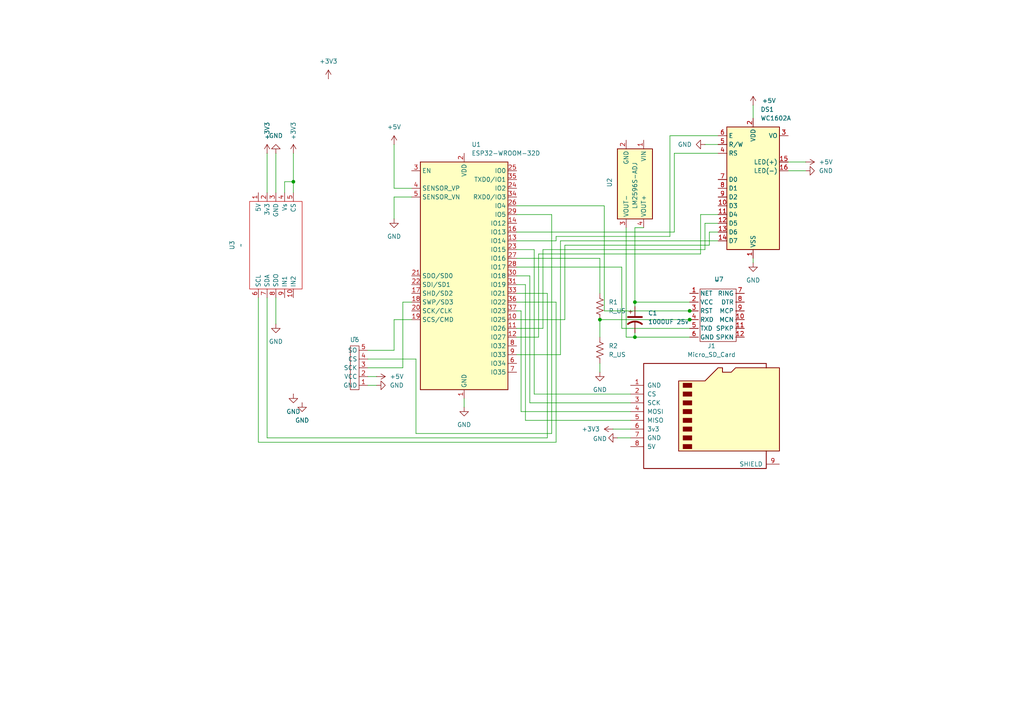
<source format=kicad_sch>
(kicad_sch
	(version 20250114)
	(generator "eeschema")
	(generator_version "9.0")
	(uuid "d9e2b8bc-c32c-4c3e-b334-03b8749f3f7c")
	(paper "A4")
	(lib_symbols
		(symbol "ADXL345_1"
			(exclude_from_sim no)
			(in_bom yes)
			(on_board yes)
			(property "Reference" "U4"
				(at 0 10.16 0)
				(effects
					(font
						(size 1.27 1.27)
					)
				)
			)
			(property "Value" "~"
				(at 0 7.62 0)
				(effects
					(font
						(size 1.27 1.27)
					)
				)
			)
			(property "Footprint" ""
				(at 0 0 0)
				(effects
					(font
						(size 1.27 1.27)
					)
					(hide yes)
				)
			)
			(property "Datasheet" ""
				(at 0 0 0)
				(effects
					(font
						(size 1.27 1.27)
					)
					(hide yes)
				)
			)
			(property "Description" ""
				(at 0 0 0)
				(effects
					(font
						(size 1.27 1.27)
					)
					(hide yes)
				)
			)
			(symbol "ADXL345_1_1_1"
				(rectangle
					(start -12.7 7.62)
					(end 12.7 -7.62)
					(stroke
						(width 0)
						(type solid)
						(color 194 0 0 1)
					)
					(fill
						(type none)
					)
				)
				(pin input line
					(at -15.24 5.08 0)
					(length 2.54)
					(name "SCL"
						(effects
							(font
								(size 1.27 1.27)
							)
						)
					)
					(number "6"
						(effects
							(font
								(size 1.27 1.27)
							)
						)
					)
				)
				(pin input line
					(at -15.24 2.54 0)
					(length 2.54)
					(name "SDA"
						(effects
							(font
								(size 1.27 1.27)
							)
						)
					)
					(number "7"
						(effects
							(font
								(size 1.27 1.27)
							)
						)
					)
				)
				(pin output line
					(at -15.24 0 0)
					(length 2.54)
					(name "SDO"
						(effects
							(font
								(size 1.27 1.27)
							)
						)
					)
					(number "8"
						(effects
							(font
								(size 1.27 1.27)
							)
						)
					)
				)
				(pin input line
					(at -15.24 -2.54 0)
					(length 2.54)
					(name "IN1"
						(effects
							(font
								(size 1.27 1.27)
							)
						)
					)
					(number "9"
						(effects
							(font
								(size 1.27 1.27)
							)
						)
					)
				)
				(pin input line
					(at -15.24 -5.08 0)
					(length 2.54)
					(name "IN2"
						(effects
							(font
								(size 1.27 1.27)
							)
						)
					)
					(number "10"
						(effects
							(font
								(size 1.27 1.27)
							)
						)
					)
				)
				(pin power_in line
					(at 15.24 5.08 180)
					(length 2.54)
					(name "5V"
						(effects
							(font
								(size 1.27 1.27)
							)
						)
					)
					(number "1"
						(effects
							(font
								(size 1.27 1.27)
							)
						)
					)
				)
				(pin power_in line
					(at 15.24 2.54 180)
					(length 2.54)
					(name "3v3"
						(effects
							(font
								(size 1.27 1.27)
							)
						)
					)
					(number "2"
						(effects
							(font
								(size 1.27 1.27)
							)
						)
					)
				)
				(pin power_in line
					(at 15.24 0 180)
					(length 2.54)
					(name "GND"
						(effects
							(font
								(size 1.27 1.27)
							)
						)
					)
					(number "3"
						(effects
							(font
								(size 1.27 1.27)
							)
						)
					)
				)
				(pin power_in line
					(at 15.24 -2.54 180)
					(length 2.54)
					(name "Vs"
						(effects
							(font
								(size 1.27 1.27)
							)
						)
					)
					(number "4"
						(effects
							(font
								(size 1.27 1.27)
							)
						)
					)
				)
				(pin input line
					(at 15.24 -5.08 180)
					(length 2.54)
					(name "CS"
						(effects
							(font
								(size 1.27 1.27)
							)
						)
					)
					(number "5"
						(effects
							(font
								(size 1.27 1.27)
							)
						)
					)
				)
			)
			(embedded_fonts no)
		)
		(symbol "Connector:Micro_SD_Card"
			(pin_names
				(offset 1.016)
			)
			(exclude_from_sim no)
			(in_bom yes)
			(on_board yes)
			(property "Reference" "J2"
				(at 0.635 19.05 0)
				(effects
					(font
						(size 1.27 1.27)
					)
				)
			)
			(property "Value" "Micro_SD_Card"
				(at 0.635 16.51 0)
				(effects
					(font
						(size 1.27 1.27)
					)
				)
			)
			(property "Footprint" ""
				(at 29.21 7.62 0)
				(effects
					(font
						(size 1.27 1.27)
					)
					(hide yes)
				)
			)
			(property "Datasheet" "https://www.we-online.com/components/products/datasheet/693072010801.pdf"
				(at 0 0 0)
				(effects
					(font
						(size 1.27 1.27)
					)
					(hide yes)
				)
			)
			(property "Description" "Micro SD Card Socket"
				(at 0 0 0)
				(effects
					(font
						(size 1.27 1.27)
					)
					(hide yes)
				)
			)
			(property "ki_keywords" "connector SD microsd"
				(at 0 0 0)
				(effects
					(font
						(size 1.27 1.27)
					)
					(hide yes)
				)
			)
			(property "ki_fp_filters" "microSD*"
				(at 0 0 0)
				(effects
					(font
						(size 1.27 1.27)
					)
					(hide yes)
				)
			)
			(symbol "Micro_SD_Card_0_1"
				(polyline
					(pts
						(xy -8.89 -11.43) (xy -8.89 8.89) (xy -1.27 8.89) (xy 2.54 12.7) (xy 3.81 12.7) (xy 3.81 11.43)
						(xy 6.35 11.43) (xy 7.62 12.7) (xy 20.32 12.7) (xy 20.32 -11.43) (xy -8.89 -11.43)
					)
					(stroke
						(width 0.254)
						(type default)
					)
					(fill
						(type background)
					)
				)
				(rectangle
					(start -7.62 8.255)
					(end -5.08 6.985)
					(stroke
						(width 0)
						(type default)
					)
					(fill
						(type outline)
					)
				)
				(rectangle
					(start -7.62 5.715)
					(end -5.08 4.445)
					(stroke
						(width 0)
						(type default)
					)
					(fill
						(type outline)
					)
				)
				(rectangle
					(start -7.62 3.175)
					(end -5.08 1.905)
					(stroke
						(width 0)
						(type default)
					)
					(fill
						(type outline)
					)
				)
				(rectangle
					(start -7.62 0.635)
					(end -5.08 -0.635)
					(stroke
						(width 0)
						(type default)
					)
					(fill
						(type outline)
					)
				)
				(rectangle
					(start -7.62 -1.905)
					(end -5.08 -3.175)
					(stroke
						(width 0)
						(type default)
					)
					(fill
						(type outline)
					)
				)
				(rectangle
					(start -7.62 -4.445)
					(end -5.08 -5.715)
					(stroke
						(width 0)
						(type default)
					)
					(fill
						(type outline)
					)
				)
				(rectangle
					(start -7.62 -6.985)
					(end -5.08 -8.255)
					(stroke
						(width 0)
						(type default)
					)
					(fill
						(type outline)
					)
				)
				(rectangle
					(start -7.62 -9.525)
					(end -5.08 -10.795)
					(stroke
						(width 0)
						(type default)
					)
					(fill
						(type outline)
					)
				)
				(polyline
					(pts
						(xy 16.51 12.7) (xy 16.51 13.97) (xy -19.05 13.97) (xy -19.05 -16.51) (xy 16.51 -16.51) (xy 16.51 -11.43)
					)
					(stroke
						(width 0.254)
						(type default)
					)
					(fill
						(type none)
					)
				)
			)
			(symbol "Micro_SD_Card_1_1"
				(pin power_in line
					(at -22.86 7.62 0)
					(length 3.81)
					(name "GND"
						(effects
							(font
								(size 1.27 1.27)
							)
						)
					)
					(number "1"
						(effects
							(font
								(size 1.27 1.27)
							)
						)
					)
				)
				(pin input line
					(at -22.86 5.08 0)
					(length 3.81)
					(name "CS"
						(effects
							(font
								(size 1.27 1.27)
							)
						)
					)
					(number "2"
						(effects
							(font
								(size 1.27 1.27)
							)
						)
					)
				)
				(pin input line
					(at -22.86 2.54 0)
					(length 3.81)
					(name "SCK"
						(effects
							(font
								(size 1.27 1.27)
							)
						)
					)
					(number "3"
						(effects
							(font
								(size 1.27 1.27)
							)
						)
					)
				)
				(pin input line
					(at -22.86 0 0)
					(length 3.81)
					(name "MOSI"
						(effects
							(font
								(size 1.27 1.27)
							)
						)
					)
					(number "4"
						(effects
							(font
								(size 1.27 1.27)
							)
						)
					)
				)
				(pin output line
					(at -22.86 -2.54 0)
					(length 3.81)
					(name "MISO"
						(effects
							(font
								(size 1.27 1.27)
							)
						)
					)
					(number "5"
						(effects
							(font
								(size 1.27 1.27)
							)
						)
					)
				)
				(pin power_in line
					(at -22.86 -5.08 0)
					(length 3.81)
					(name "3v3"
						(effects
							(font
								(size 1.27 1.27)
							)
						)
					)
					(number "6"
						(effects
							(font
								(size 1.27 1.27)
							)
						)
					)
				)
				(pin power_in line
					(at -22.86 -7.62 0)
					(length 3.81)
					(name "GND"
						(effects
							(font
								(size 1.27 1.27)
							)
						)
					)
					(number "7"
						(effects
							(font
								(size 1.27 1.27)
							)
						)
					)
				)
				(pin power_in line
					(at -22.86 -10.16 0)
					(length 3.81)
					(name "5V"
						(effects
							(font
								(size 1.27 1.27)
							)
						)
					)
					(number "8"
						(effects
							(font
								(size 1.27 1.27)
							)
						)
					)
				)
				(pin passive line
					(at 20.32 -15.24 180)
					(length 3.81)
					(name "SHIELD"
						(effects
							(font
								(size 1.27 1.27)
							)
						)
					)
					(number "9"
						(effects
							(font
								(size 1.27 1.27)
							)
						)
					)
				)
			)
			(embedded_fonts no)
		)
		(symbol "Device:C_Polarized_US"
			(pin_numbers
				(hide yes)
			)
			(pin_names
				(offset 0.254)
				(hide yes)
			)
			(exclude_from_sim no)
			(in_bom yes)
			(on_board yes)
			(property "Reference" "C"
				(at 0.635 2.54 0)
				(effects
					(font
						(size 1.27 1.27)
					)
					(justify left)
				)
			)
			(property "Value" "C_Polarized_US"
				(at 0.635 -2.54 0)
				(effects
					(font
						(size 1.27 1.27)
					)
					(justify left)
				)
			)
			(property "Footprint" ""
				(at 0 0 0)
				(effects
					(font
						(size 1.27 1.27)
					)
					(hide yes)
				)
			)
			(property "Datasheet" "~"
				(at 0 0 0)
				(effects
					(font
						(size 1.27 1.27)
					)
					(hide yes)
				)
			)
			(property "Description" "Polarized capacitor, US symbol"
				(at 0 0 0)
				(effects
					(font
						(size 1.27 1.27)
					)
					(hide yes)
				)
			)
			(property "ki_keywords" "cap capacitor"
				(at 0 0 0)
				(effects
					(font
						(size 1.27 1.27)
					)
					(hide yes)
				)
			)
			(property "ki_fp_filters" "CP_*"
				(at 0 0 0)
				(effects
					(font
						(size 1.27 1.27)
					)
					(hide yes)
				)
			)
			(symbol "C_Polarized_US_0_1"
				(polyline
					(pts
						(xy -2.032 0.762) (xy 2.032 0.762)
					)
					(stroke
						(width 0.508)
						(type default)
					)
					(fill
						(type none)
					)
				)
				(polyline
					(pts
						(xy -1.778 2.286) (xy -0.762 2.286)
					)
					(stroke
						(width 0)
						(type default)
					)
					(fill
						(type none)
					)
				)
				(polyline
					(pts
						(xy -1.27 1.778) (xy -1.27 2.794)
					)
					(stroke
						(width 0)
						(type default)
					)
					(fill
						(type none)
					)
				)
				(arc
					(start -2.032 -1.27)
					(mid 0 -0.5572)
					(end 2.032 -1.27)
					(stroke
						(width 0.508)
						(type default)
					)
					(fill
						(type none)
					)
				)
			)
			(symbol "C_Polarized_US_1_1"
				(pin passive line
					(at 0 3.81 270)
					(length 2.794)
					(name "~"
						(effects
							(font
								(size 1.27 1.27)
							)
						)
					)
					(number "1"
						(effects
							(font
								(size 1.27 1.27)
							)
						)
					)
				)
				(pin passive line
					(at 0 -3.81 90)
					(length 3.302)
					(name "~"
						(effects
							(font
								(size 1.27 1.27)
							)
						)
					)
					(number "2"
						(effects
							(font
								(size 1.27 1.27)
							)
						)
					)
				)
			)
			(embedded_fonts no)
		)
		(symbol "Device:R_US"
			(pin_numbers
				(hide yes)
			)
			(pin_names
				(offset 0)
			)
			(exclude_from_sim no)
			(in_bom yes)
			(on_board yes)
			(property "Reference" "R"
				(at 2.54 0 90)
				(effects
					(font
						(size 1.27 1.27)
					)
				)
			)
			(property "Value" "R_US"
				(at -2.54 0 90)
				(effects
					(font
						(size 1.27 1.27)
					)
				)
			)
			(property "Footprint" ""
				(at 1.016 -0.254 90)
				(effects
					(font
						(size 1.27 1.27)
					)
					(hide yes)
				)
			)
			(property "Datasheet" "~"
				(at 0 0 0)
				(effects
					(font
						(size 1.27 1.27)
					)
					(hide yes)
				)
			)
			(property "Description" "Resistor, US symbol"
				(at 0 0 0)
				(effects
					(font
						(size 1.27 1.27)
					)
					(hide yes)
				)
			)
			(property "ki_keywords" "R res resistor"
				(at 0 0 0)
				(effects
					(font
						(size 1.27 1.27)
					)
					(hide yes)
				)
			)
			(property "ki_fp_filters" "R_*"
				(at 0 0 0)
				(effects
					(font
						(size 1.27 1.27)
					)
					(hide yes)
				)
			)
			(symbol "R_US_0_1"
				(polyline
					(pts
						(xy 0 2.286) (xy 0 2.54)
					)
					(stroke
						(width 0)
						(type default)
					)
					(fill
						(type none)
					)
				)
				(polyline
					(pts
						(xy 0 2.286) (xy 1.016 1.905) (xy 0 1.524) (xy -1.016 1.143) (xy 0 0.762)
					)
					(stroke
						(width 0)
						(type default)
					)
					(fill
						(type none)
					)
				)
				(polyline
					(pts
						(xy 0 0.762) (xy 1.016 0.381) (xy 0 0) (xy -1.016 -0.381) (xy 0 -0.762)
					)
					(stroke
						(width 0)
						(type default)
					)
					(fill
						(type none)
					)
				)
				(polyline
					(pts
						(xy 0 -0.762) (xy 1.016 -1.143) (xy 0 -1.524) (xy -1.016 -1.905) (xy 0 -2.286)
					)
					(stroke
						(width 0)
						(type default)
					)
					(fill
						(type none)
					)
				)
				(polyline
					(pts
						(xy 0 -2.286) (xy 0 -2.54)
					)
					(stroke
						(width 0)
						(type default)
					)
					(fill
						(type none)
					)
				)
			)
			(symbol "R_US_1_1"
				(pin passive line
					(at 0 3.81 270)
					(length 1.27)
					(name "~"
						(effects
							(font
								(size 1.27 1.27)
							)
						)
					)
					(number "1"
						(effects
							(font
								(size 1.27 1.27)
							)
						)
					)
				)
				(pin passive line
					(at 0 -3.81 90)
					(length 1.27)
					(name "~"
						(effects
							(font
								(size 1.27 1.27)
							)
						)
					)
					(number "2"
						(effects
							(font
								(size 1.27 1.27)
							)
						)
					)
				)
			)
			(embedded_fonts no)
		)
		(symbol "Display_Character:WC1602A"
			(exclude_from_sim no)
			(in_bom yes)
			(on_board yes)
			(property "Reference" "DS"
				(at -5.842 19.05 0)
				(effects
					(font
						(size 1.27 1.27)
					)
				)
			)
			(property "Value" "WC1602A"
				(at 5.334 19.05 0)
				(effects
					(font
						(size 1.27 1.27)
					)
				)
			)
			(property "Footprint" "Display:WC1602A"
				(at 0 -22.86 0)
				(effects
					(font
						(size 1.27 1.27)
						(italic yes)
					)
					(hide yes)
				)
			)
			(property "Datasheet" "http://www.wincomlcd.com/pdf/WC1602A-SFYLYHTC06.pdf"
				(at 17.78 0 0)
				(effects
					(font
						(size 1.27 1.27)
					)
					(hide yes)
				)
			)
			(property "Description" "LCD 16x2 Alphanumeric , 8 bit parallel bus, 5V VDD"
				(at 0 0 0)
				(effects
					(font
						(size 1.27 1.27)
					)
					(hide yes)
				)
			)
			(property "ki_keywords" "display LCD dot-matrix"
				(at 0 0 0)
				(effects
					(font
						(size 1.27 1.27)
					)
					(hide yes)
				)
			)
			(property "ki_fp_filters" "*WC*1602A*"
				(at 0 0 0)
				(effects
					(font
						(size 1.27 1.27)
					)
					(hide yes)
				)
			)
			(symbol "WC1602A_1_1"
				(rectangle
					(start -7.62 17.78)
					(end 7.62 -17.78)
					(stroke
						(width 0.254)
						(type default)
					)
					(fill
						(type background)
					)
				)
				(pin input line
					(at -10.16 15.24 0)
					(length 2.54)
					(name "E"
						(effects
							(font
								(size 1.27 1.27)
							)
						)
					)
					(number "6"
						(effects
							(font
								(size 1.27 1.27)
							)
						)
					)
				)
				(pin input line
					(at -10.16 12.7 0)
					(length 2.54)
					(name "R/W"
						(effects
							(font
								(size 1.27 1.27)
							)
						)
					)
					(number "5"
						(effects
							(font
								(size 1.27 1.27)
							)
						)
					)
				)
				(pin input line
					(at -10.16 10.16 0)
					(length 2.54)
					(name "RS"
						(effects
							(font
								(size 1.27 1.27)
							)
						)
					)
					(number "4"
						(effects
							(font
								(size 1.27 1.27)
							)
						)
					)
				)
				(pin input line
					(at -10.16 2.54 0)
					(length 2.54)
					(name "D0"
						(effects
							(font
								(size 1.27 1.27)
							)
						)
					)
					(number "7"
						(effects
							(font
								(size 1.27 1.27)
							)
						)
					)
				)
				(pin input line
					(at -10.16 0 0)
					(length 2.54)
					(name "D1"
						(effects
							(font
								(size 1.27 1.27)
							)
						)
					)
					(number "8"
						(effects
							(font
								(size 1.27 1.27)
							)
						)
					)
				)
				(pin input line
					(at -10.16 -2.54 0)
					(length 2.54)
					(name "D2"
						(effects
							(font
								(size 1.27 1.27)
							)
						)
					)
					(number "9"
						(effects
							(font
								(size 1.27 1.27)
							)
						)
					)
				)
				(pin input line
					(at -10.16 -5.08 0)
					(length 2.54)
					(name "D3"
						(effects
							(font
								(size 1.27 1.27)
							)
						)
					)
					(number "10"
						(effects
							(font
								(size 1.27 1.27)
							)
						)
					)
				)
				(pin input line
					(at -10.16 -7.62 0)
					(length 2.54)
					(name "D4"
						(effects
							(font
								(size 1.27 1.27)
							)
						)
					)
					(number "11"
						(effects
							(font
								(size 1.27 1.27)
							)
						)
					)
				)
				(pin input line
					(at -10.16 -10.16 0)
					(length 2.54)
					(name "D5"
						(effects
							(font
								(size 1.27 1.27)
							)
						)
					)
					(number "12"
						(effects
							(font
								(size 1.27 1.27)
							)
						)
					)
				)
				(pin input line
					(at -10.16 -12.7 0)
					(length 2.54)
					(name "D6"
						(effects
							(font
								(size 1.27 1.27)
							)
						)
					)
					(number "13"
						(effects
							(font
								(size 1.27 1.27)
							)
						)
					)
				)
				(pin input line
					(at -10.16 -15.24 0)
					(length 2.54)
					(name "D7"
						(effects
							(font
								(size 1.27 1.27)
							)
						)
					)
					(number "14"
						(effects
							(font
								(size 1.27 1.27)
							)
						)
					)
				)
				(pin power_in line
					(at 0 20.32 270)
					(length 2.54)
					(name "VDD"
						(effects
							(font
								(size 1.27 1.27)
							)
						)
					)
					(number "2"
						(effects
							(font
								(size 1.27 1.27)
							)
						)
					)
				)
				(pin power_in line
					(at 0 -20.32 90)
					(length 2.54)
					(name "VSS"
						(effects
							(font
								(size 1.27 1.27)
							)
						)
					)
					(number "1"
						(effects
							(font
								(size 1.27 1.27)
							)
						)
					)
				)
				(pin input line
					(at 10.16 15.24 180)
					(length 2.54)
					(name "VO"
						(effects
							(font
								(size 1.27 1.27)
							)
						)
					)
					(number "3"
						(effects
							(font
								(size 1.27 1.27)
							)
						)
					)
				)
				(pin power_in line
					(at 10.16 7.62 180)
					(length 2.54)
					(name "LED(+)"
						(effects
							(font
								(size 1.27 1.27)
							)
						)
					)
					(number "15"
						(effects
							(font
								(size 1.27 1.27)
							)
						)
					)
				)
				(pin power_in line
					(at 10.16 5.08 180)
					(length 2.54)
					(name "LED(-)"
						(effects
							(font
								(size 1.27 1.27)
							)
						)
					)
					(number "16"
						(effects
							(font
								(size 1.27 1.27)
							)
						)
					)
				)
			)
			(embedded_fonts no)
		)
		(symbol "LM2596S-ADJ_1"
			(exclude_from_sim no)
			(in_bom yes)
			(on_board yes)
			(property "Reference" "U5"
				(at 0 10.16 0)
				(effects
					(font
						(size 1.27 1.27)
					)
				)
			)
			(property "Value" "LM2596S-ADJ"
				(at 0 7.62 0)
				(effects
					(font
						(size 1.27 1.27)
					)
				)
			)
			(property "Footprint" "Package_TO_SOT_SMD:TO-263-5_TabPin3"
				(at 1.27 -6.35 0)
				(effects
					(font
						(size 1.27 1.27)
						(italic yes)
					)
					(justify left)
					(hide yes)
				)
			)
			(property "Datasheet" "http://www.ti.com/lit/ds/symlink/lm2596.pdf"
				(at 0 0 0)
				(effects
					(font
						(size 1.27 1.27)
					)
					(hide yes)
				)
			)
			(property "Description" "Adjustable 3A Step-Down Voltage Regulator, TO-263"
				(at 0 0 0)
				(effects
					(font
						(size 1.27 1.27)
					)
					(hide yes)
				)
			)
			(property "ki_keywords" "Step-Down Voltage Regulator Adjustable 3A"
				(at 0 0 0)
				(effects
					(font
						(size 1.27 1.27)
					)
					(hide yes)
				)
			)
			(property "ki_fp_filters" "TO?263*"
				(at 0 0 0)
				(effects
					(font
						(size 1.27 1.27)
					)
					(hide yes)
				)
			)
			(symbol "LM2596S-ADJ_1_0_1"
				(rectangle
					(start -10.16 5.08)
					(end 10.16 -5.08)
					(stroke
						(width 0.254)
						(type default)
					)
					(fill
						(type background)
					)
				)
			)
			(symbol "LM2596S-ADJ_1_1_1"
				(pin power_in line
					(at -12.7 2.54 0)
					(length 2.54)
					(name "VIN"
						(effects
							(font
								(size 1.27 1.27)
							)
						)
					)
					(number "1"
						(effects
							(font
								(size 1.27 1.27)
							)
						)
					)
				)
				(pin power_in line
					(at -12.7 -2.54 0)
					(length 2.54)
					(name "GND"
						(effects
							(font
								(size 1.27 1.27)
							)
						)
					)
					(number "2"
						(effects
							(font
								(size 1.27 1.27)
							)
						)
					)
				)
				(pin input line
					(at 12.7 2.54 180)
					(length 2.54)
					(name "VOUT+"
						(effects
							(font
								(size 1.27 1.27)
							)
						)
					)
					(number "4"
						(effects
							(font
								(size 1.27 1.27)
							)
						)
					)
				)
				(pin output line
					(at 12.7 -2.54 180)
					(length 2.54)
					(name "VOUT-"
						(effects
							(font
								(size 1.27 1.27)
							)
						)
					)
					(number "3"
						(effects
							(font
								(size 1.27 1.27)
							)
						)
					)
				)
			)
			(embedded_fonts no)
		)
		(symbol "Max6675_1"
			(exclude_from_sim no)
			(in_bom yes)
			(on_board yes)
			(property "Reference" "U"
				(at 0 0 0)
				(effects
					(font
						(size 1.27 1.27)
					)
				)
			)
			(property "Value" ""
				(at 0 0 0)
				(effects
					(font
						(size 1.27 1.27)
					)
				)
			)
			(property "Footprint" ""
				(at 0 0 0)
				(effects
					(font
						(size 1.27 1.27)
					)
					(hide yes)
				)
			)
			(property "Datasheet" ""
				(at 0 0 0)
				(effects
					(font
						(size 1.27 1.27)
					)
					(hide yes)
				)
			)
			(property "Description" ""
				(at 0 0 0)
				(effects
					(font
						(size 1.27 1.27)
					)
					(hide yes)
				)
			)
			(symbol "Max6675_1_0_1"
				(rectangle
					(start -6.35 2.54)
					(end 6.35 0)
					(stroke
						(width 0)
						(type default)
					)
					(fill
						(type none)
					)
				)
			)
			(symbol "Max6675_1_1_1"
				(pin power_in line
					(at -5.08 -2.54 90)
					(length 2.54)
					(name "GND"
						(effects
							(font
								(size 1.27 1.27)
							)
						)
					)
					(number "1"
						(effects
							(font
								(size 1.27 1.27)
							)
						)
					)
				)
				(pin power_in line
					(at -2.54 -2.54 90)
					(length 2.54)
					(name "VCC"
						(effects
							(font
								(size 1.27 1.27)
							)
						)
					)
					(number "2"
						(effects
							(font
								(size 1.27 1.27)
							)
						)
					)
				)
				(pin input line
					(at 0 -2.54 90)
					(length 2.54)
					(name "SCK"
						(effects
							(font
								(size 1.27 1.27)
							)
						)
					)
					(number "3"
						(effects
							(font
								(size 1.27 1.27)
							)
						)
					)
				)
				(pin input line
					(at 2.54 -2.54 90)
					(length 2.54)
					(name "CS"
						(effects
							(font
								(size 1.27 1.27)
							)
						)
					)
					(number "4"
						(effects
							(font
								(size 1.27 1.27)
							)
						)
					)
				)
				(pin output line
					(at 5.08 -2.54 90)
					(length 2.54)
					(name "SO"
						(effects
							(font
								(size 1.27 1.27)
							)
						)
					)
					(number "5"
						(effects
							(font
								(size 1.27 1.27)
							)
						)
					)
				)
			)
			(embedded_fonts no)
		)
		(symbol "RF_Module:ESP32-WROOM-32D"
			(exclude_from_sim no)
			(in_bom yes)
			(on_board yes)
			(property "Reference" "U"
				(at -12.7 34.29 0)
				(effects
					(font
						(size 1.27 1.27)
					)
					(justify left)
				)
			)
			(property "Value" "ESP32-WROOM-32D"
				(at 1.27 34.29 0)
				(effects
					(font
						(size 1.27 1.27)
					)
					(justify left)
				)
			)
			(property "Footprint" "RF_Module:ESP32-WROOM-32D"
				(at 16.51 -34.29 0)
				(effects
					(font
						(size 1.27 1.27)
					)
					(hide yes)
				)
			)
			(property "Datasheet" "https://www.espressif.com/sites/default/files/documentation/esp32-wroom-32d_esp32-wroom-32u_datasheet_en.pdf"
				(at -7.62 1.27 0)
				(effects
					(font
						(size 1.27 1.27)
					)
					(hide yes)
				)
			)
			(property "Description" "RF Module, ESP32-D0WD SoC, Wi-Fi 802.11b/g/n, Bluetooth, BLE, 32-bit, 2.7-3.6V, onboard antenna, SMD"
				(at 0 0 0)
				(effects
					(font
						(size 1.27 1.27)
					)
					(hide yes)
				)
			)
			(property "ki_keywords" "RF Radio BT ESP ESP32 Espressif onboard PCB antenna"
				(at 0 0 0)
				(effects
					(font
						(size 1.27 1.27)
					)
					(hide yes)
				)
			)
			(property "ki_fp_filters" "ESP32?WROOM?32D*"
				(at 0 0 0)
				(effects
					(font
						(size 1.27 1.27)
					)
					(hide yes)
				)
			)
			(symbol "ESP32-WROOM-32D_0_1"
				(rectangle
					(start -12.7 33.02)
					(end 12.7 -33.02)
					(stroke
						(width 0.254)
						(type default)
					)
					(fill
						(type background)
					)
				)
			)
			(symbol "ESP32-WROOM-32D_1_1"
				(pin input line
					(at -15.24 30.48 0)
					(length 2.54)
					(name "EN"
						(effects
							(font
								(size 1.27 1.27)
							)
						)
					)
					(number "3"
						(effects
							(font
								(size 1.27 1.27)
							)
						)
					)
				)
				(pin input line
					(at -15.24 25.4 0)
					(length 2.54)
					(name "SENSOR_VP"
						(effects
							(font
								(size 1.27 1.27)
							)
						)
					)
					(number "4"
						(effects
							(font
								(size 1.27 1.27)
							)
						)
					)
				)
				(pin input line
					(at -15.24 22.86 0)
					(length 2.54)
					(name "SENSOR_VN"
						(effects
							(font
								(size 1.27 1.27)
							)
						)
					)
					(number "5"
						(effects
							(font
								(size 1.27 1.27)
							)
						)
					)
				)
				(pin bidirectional line
					(at -15.24 0 0)
					(length 2.54)
					(name "SDO/SD0"
						(effects
							(font
								(size 1.27 1.27)
							)
						)
					)
					(number "21"
						(effects
							(font
								(size 1.27 1.27)
							)
						)
					)
				)
				(pin bidirectional line
					(at -15.24 -2.54 0)
					(length 2.54)
					(name "SDI/SD1"
						(effects
							(font
								(size 1.27 1.27)
							)
						)
					)
					(number "22"
						(effects
							(font
								(size 1.27 1.27)
							)
						)
					)
				)
				(pin bidirectional line
					(at -15.24 -5.08 0)
					(length 2.54)
					(name "SHD/SD2"
						(effects
							(font
								(size 1.27 1.27)
							)
						)
					)
					(number "17"
						(effects
							(font
								(size 1.27 1.27)
							)
						)
					)
				)
				(pin bidirectional line
					(at -15.24 -7.62 0)
					(length 2.54)
					(name "SWP/SD3"
						(effects
							(font
								(size 1.27 1.27)
							)
						)
					)
					(number "18"
						(effects
							(font
								(size 1.27 1.27)
							)
						)
					)
				)
				(pin bidirectional line
					(at -15.24 -10.16 0)
					(length 2.54)
					(name "SCK/CLK"
						(effects
							(font
								(size 1.27 1.27)
							)
						)
					)
					(number "20"
						(effects
							(font
								(size 1.27 1.27)
							)
						)
					)
				)
				(pin bidirectional line
					(at -15.24 -12.7 0)
					(length 2.54)
					(name "SCS/CMD"
						(effects
							(font
								(size 1.27 1.27)
							)
						)
					)
					(number "19"
						(effects
							(font
								(size 1.27 1.27)
							)
						)
					)
				)
				(pin no_connect line
					(at -12.7 -27.94 0)
					(length 2.54)
					(hide yes)
					(name "NC"
						(effects
							(font
								(size 1.27 1.27)
							)
						)
					)
					(number "32"
						(effects
							(font
								(size 1.27 1.27)
							)
						)
					)
				)
				(pin power_in line
					(at 0 35.56 270)
					(length 2.54)
					(name "VDD"
						(effects
							(font
								(size 1.27 1.27)
							)
						)
					)
					(number "2"
						(effects
							(font
								(size 1.27 1.27)
							)
						)
					)
				)
				(pin power_in line
					(at 0 -35.56 90)
					(length 2.54)
					(name "GND"
						(effects
							(font
								(size 1.27 1.27)
							)
						)
					)
					(number "1"
						(effects
							(font
								(size 1.27 1.27)
							)
						)
					)
				)
				(pin passive line
					(at 0 -35.56 90)
					(length 2.54)
					(hide yes)
					(name "GND"
						(effects
							(font
								(size 1.27 1.27)
							)
						)
					)
					(number "15"
						(effects
							(font
								(size 1.27 1.27)
							)
						)
					)
				)
				(pin passive line
					(at 0 -35.56 90)
					(length 2.54)
					(hide yes)
					(name "GND"
						(effects
							(font
								(size 1.27 1.27)
							)
						)
					)
					(number "38"
						(effects
							(font
								(size 1.27 1.27)
							)
						)
					)
				)
				(pin passive line
					(at 0 -35.56 90)
					(length 2.54)
					(hide yes)
					(name "GND"
						(effects
							(font
								(size 1.27 1.27)
							)
						)
					)
					(number "39"
						(effects
							(font
								(size 1.27 1.27)
							)
						)
					)
				)
				(pin bidirectional line
					(at 15.24 30.48 180)
					(length 2.54)
					(name "IO0"
						(effects
							(font
								(size 1.27 1.27)
							)
						)
					)
					(number "25"
						(effects
							(font
								(size 1.27 1.27)
							)
						)
					)
				)
				(pin bidirectional line
					(at 15.24 27.94 180)
					(length 2.54)
					(name "TXD0/IO1"
						(effects
							(font
								(size 1.27 1.27)
							)
						)
					)
					(number "35"
						(effects
							(font
								(size 1.27 1.27)
							)
						)
					)
				)
				(pin bidirectional line
					(at 15.24 25.4 180)
					(length 2.54)
					(name "IO2"
						(effects
							(font
								(size 1.27 1.27)
							)
						)
					)
					(number "24"
						(effects
							(font
								(size 1.27 1.27)
							)
						)
					)
				)
				(pin bidirectional line
					(at 15.24 22.86 180)
					(length 2.54)
					(name "RXD0/IO3"
						(effects
							(font
								(size 1.27 1.27)
							)
						)
					)
					(number "34"
						(effects
							(font
								(size 1.27 1.27)
							)
						)
					)
				)
				(pin bidirectional line
					(at 15.24 20.32 180)
					(length 2.54)
					(name "IO4"
						(effects
							(font
								(size 1.27 1.27)
							)
						)
					)
					(number "26"
						(effects
							(font
								(size 1.27 1.27)
							)
						)
					)
				)
				(pin bidirectional line
					(at 15.24 17.78 180)
					(length 2.54)
					(name "IO5"
						(effects
							(font
								(size 1.27 1.27)
							)
						)
					)
					(number "29"
						(effects
							(font
								(size 1.27 1.27)
							)
						)
					)
				)
				(pin bidirectional line
					(at 15.24 15.24 180)
					(length 2.54)
					(name "IO12"
						(effects
							(font
								(size 1.27 1.27)
							)
						)
					)
					(number "14"
						(effects
							(font
								(size 1.27 1.27)
							)
						)
					)
				)
				(pin bidirectional line
					(at 15.24 12.7 180)
					(length 2.54)
					(name "IO13"
						(effects
							(font
								(size 1.27 1.27)
							)
						)
					)
					(number "16"
						(effects
							(font
								(size 1.27 1.27)
							)
						)
					)
				)
				(pin bidirectional line
					(at 15.24 10.16 180)
					(length 2.54)
					(name "IO14"
						(effects
							(font
								(size 1.27 1.27)
							)
						)
					)
					(number "13"
						(effects
							(font
								(size 1.27 1.27)
							)
						)
					)
				)
				(pin bidirectional line
					(at 15.24 7.62 180)
					(length 2.54)
					(name "IO15"
						(effects
							(font
								(size 1.27 1.27)
							)
						)
					)
					(number "23"
						(effects
							(font
								(size 1.27 1.27)
							)
						)
					)
				)
				(pin bidirectional line
					(at 15.24 5.08 180)
					(length 2.54)
					(name "IO16"
						(effects
							(font
								(size 1.27 1.27)
							)
						)
					)
					(number "27"
						(effects
							(font
								(size 1.27 1.27)
							)
						)
					)
				)
				(pin bidirectional line
					(at 15.24 2.54 180)
					(length 2.54)
					(name "IO17"
						(effects
							(font
								(size 1.27 1.27)
							)
						)
					)
					(number "28"
						(effects
							(font
								(size 1.27 1.27)
							)
						)
					)
				)
				(pin bidirectional line
					(at 15.24 0 180)
					(length 2.54)
					(name "IO18"
						(effects
							(font
								(size 1.27 1.27)
							)
						)
					)
					(number "30"
						(effects
							(font
								(size 1.27 1.27)
							)
						)
					)
				)
				(pin bidirectional line
					(at 15.24 -2.54 180)
					(length 2.54)
					(name "IO19"
						(effects
							(font
								(size 1.27 1.27)
							)
						)
					)
					(number "31"
						(effects
							(font
								(size 1.27 1.27)
							)
						)
					)
				)
				(pin bidirectional line
					(at 15.24 -5.08 180)
					(length 2.54)
					(name "IO21"
						(effects
							(font
								(size 1.27 1.27)
							)
						)
					)
					(number "33"
						(effects
							(font
								(size 1.27 1.27)
							)
						)
					)
				)
				(pin bidirectional line
					(at 15.24 -7.62 180)
					(length 2.54)
					(name "IO22"
						(effects
							(font
								(size 1.27 1.27)
							)
						)
					)
					(number "36"
						(effects
							(font
								(size 1.27 1.27)
							)
						)
					)
				)
				(pin bidirectional line
					(at 15.24 -10.16 180)
					(length 2.54)
					(name "IO23"
						(effects
							(font
								(size 1.27 1.27)
							)
						)
					)
					(number "37"
						(effects
							(font
								(size 1.27 1.27)
							)
						)
					)
				)
				(pin bidirectional line
					(at 15.24 -12.7 180)
					(length 2.54)
					(name "IO25"
						(effects
							(font
								(size 1.27 1.27)
							)
						)
					)
					(number "10"
						(effects
							(font
								(size 1.27 1.27)
							)
						)
					)
				)
				(pin bidirectional line
					(at 15.24 -15.24 180)
					(length 2.54)
					(name "IO26"
						(effects
							(font
								(size 1.27 1.27)
							)
						)
					)
					(number "11"
						(effects
							(font
								(size 1.27 1.27)
							)
						)
					)
				)
				(pin bidirectional line
					(at 15.24 -17.78 180)
					(length 2.54)
					(name "IO27"
						(effects
							(font
								(size 1.27 1.27)
							)
						)
					)
					(number "12"
						(effects
							(font
								(size 1.27 1.27)
							)
						)
					)
				)
				(pin bidirectional line
					(at 15.24 -20.32 180)
					(length 2.54)
					(name "IO32"
						(effects
							(font
								(size 1.27 1.27)
							)
						)
					)
					(number "8"
						(effects
							(font
								(size 1.27 1.27)
							)
						)
					)
				)
				(pin bidirectional line
					(at 15.24 -22.86 180)
					(length 2.54)
					(name "IO33"
						(effects
							(font
								(size 1.27 1.27)
							)
						)
					)
					(number "9"
						(effects
							(font
								(size 1.27 1.27)
							)
						)
					)
				)
				(pin input line
					(at 15.24 -25.4 180)
					(length 2.54)
					(name "IO34"
						(effects
							(font
								(size 1.27 1.27)
							)
						)
					)
					(number "6"
						(effects
							(font
								(size 1.27 1.27)
							)
						)
					)
				)
				(pin input line
					(at 15.24 -27.94 180)
					(length 2.54)
					(name "IO35"
						(effects
							(font
								(size 1.27 1.27)
							)
						)
					)
					(number "7"
						(effects
							(font
								(size 1.27 1.27)
							)
						)
					)
				)
			)
			(embedded_fonts no)
		)
		(symbol "SIM800L_1"
			(pin_names
				(offset 0.5)
			)
			(exclude_from_sim no)
			(in_bom yes)
			(on_board yes)
			(property "Reference" "U"
				(at 0 0 0)
				(effects
					(font
						(size 1.27 1.27)
					)
				)
			)
			(property "Value" ""
				(at 0 0 0)
				(effects
					(font
						(size 1.27 1.27)
					)
				)
			)
			(property "Footprint" ""
				(at 0 0 0)
				(effects
					(font
						(size 1.27 1.27)
					)
					(hide yes)
				)
			)
			(property "Datasheet" ""
				(at 0 0 0)
				(effects
					(font
						(size 1.27 1.27)
					)
					(hide yes)
				)
			)
			(property "Description" ""
				(at 0 0 0)
				(effects
					(font
						(size 1.27 1.27)
					)
					(hide yes)
				)
			)
			(symbol "SIM800L_1_1_1"
				(rectangle
					(start -5.2387 7.62)
					(end 5.2387 -7.62)
					(stroke
						(width 0)
						(type solid)
					)
					(fill
						(type none)
					)
				)
				(pin input line
					(at -8.255 6.35 0)
					(length 2.54)
					(name "NET"
						(effects
							(font
								(size 1.27 1.27)
							)
						)
					)
					(number "1"
						(effects
							(font
								(size 1.27 1.27)
							)
						)
					)
				)
				(pin input line
					(at -8.255 3.81 0)
					(length 2.54)
					(name "VCC"
						(effects
							(font
								(size 1.27 1.27)
							)
						)
					)
					(number "2"
						(effects
							(font
								(size 1.27 1.27)
							)
						)
					)
				)
				(pin input line
					(at -8.255 1.27 0)
					(length 2.54)
					(name "RST"
						(effects
							(font
								(size 1.27 1.27)
							)
						)
					)
					(number "3"
						(effects
							(font
								(size 1.27 1.27)
							)
						)
					)
				)
				(pin input line
					(at -8.255 -1.27 0)
					(length 2.54)
					(name "RXD"
						(effects
							(font
								(size 1.27 1.27)
							)
						)
					)
					(number "4"
						(effects
							(font
								(size 1.27 1.27)
							)
						)
					)
				)
				(pin input line
					(at -8.255 -3.81 0)
					(length 2.54)
					(name "TXD"
						(effects
							(font
								(size 1.27 1.27)
							)
						)
					)
					(number "5"
						(effects
							(font
								(size 1.27 1.27)
							)
						)
					)
				)
				(pin input line
					(at -8.255 -6.35 0)
					(length 2.54)
					(name "GND"
						(effects
							(font
								(size 1.27 1.27)
							)
						)
					)
					(number "6"
						(effects
							(font
								(size 1.27 1.27)
							)
						)
					)
				)
				(pin input line
					(at 7.62 6.35 180)
					(length 2.54)
					(name "RING"
						(effects
							(font
								(size 1.27 1.27)
							)
						)
					)
					(number "7"
						(effects
							(font
								(size 1.27 1.27)
							)
						)
					)
				)
				(pin input line
					(at 7.62 3.81 180)
					(length 2.54)
					(name "DTR"
						(effects
							(font
								(size 1.27 1.27)
							)
						)
					)
					(number "8"
						(effects
							(font
								(size 1.27 1.27)
							)
						)
					)
				)
				(pin input line
					(at 7.62 1.27 180)
					(length 2.54)
					(name "MCP"
						(effects
							(font
								(size 1.27 1.27)
							)
						)
					)
					(number "9"
						(effects
							(font
								(size 1.27 1.27)
							)
						)
					)
				)
				(pin input line
					(at 7.62 -1.27 180)
					(length 2.54)
					(name "MCN"
						(effects
							(font
								(size 1.27 1.27)
							)
						)
					)
					(number "10"
						(effects
							(font
								(size 1.27 1.27)
							)
						)
					)
				)
				(pin input line
					(at 7.62 -3.81 180)
					(length 2.54)
					(name "SPKP"
						(effects
							(font
								(size 1.27 1.27)
							)
						)
					)
					(number "11"
						(effects
							(font
								(size 1.27 1.27)
							)
						)
					)
				)
				(pin input line
					(at 7.62 -6.35 180)
					(length 2.54)
					(name "SPKN"
						(effects
							(font
								(size 1.27 1.27)
							)
						)
					)
					(number "12"
						(effects
							(font
								(size 1.27 1.27)
							)
						)
					)
				)
			)
			(embedded_fonts no)
		)
		(symbol "power:+3V3"
			(power)
			(pin_numbers
				(hide yes)
			)
			(pin_names
				(offset 0)
				(hide yes)
			)
			(exclude_from_sim no)
			(in_bom yes)
			(on_board yes)
			(property "Reference" "#PWR"
				(at 0 -3.81 0)
				(effects
					(font
						(size 1.27 1.27)
					)
					(hide yes)
				)
			)
			(property "Value" "+3V3"
				(at 0 3.556 0)
				(effects
					(font
						(size 1.27 1.27)
					)
				)
			)
			(property "Footprint" ""
				(at 0 0 0)
				(effects
					(font
						(size 1.27 1.27)
					)
					(hide yes)
				)
			)
			(property "Datasheet" ""
				(at 0 0 0)
				(effects
					(font
						(size 1.27 1.27)
					)
					(hide yes)
				)
			)
			(property "Description" "Power symbol creates a global label with name \"+3V3\""
				(at 0 0 0)
				(effects
					(font
						(size 1.27 1.27)
					)
					(hide yes)
				)
			)
			(property "ki_keywords" "global power"
				(at 0 0 0)
				(effects
					(font
						(size 1.27 1.27)
					)
					(hide yes)
				)
			)
			(symbol "+3V3_0_1"
				(polyline
					(pts
						(xy -0.762 1.27) (xy 0 2.54)
					)
					(stroke
						(width 0)
						(type default)
					)
					(fill
						(type none)
					)
				)
				(polyline
					(pts
						(xy 0 2.54) (xy 0.762 1.27)
					)
					(stroke
						(width 0)
						(type default)
					)
					(fill
						(type none)
					)
				)
				(polyline
					(pts
						(xy 0 0) (xy 0 2.54)
					)
					(stroke
						(width 0)
						(type default)
					)
					(fill
						(type none)
					)
				)
			)
			(symbol "+3V3_1_1"
				(pin power_in line
					(at 0 0 90)
					(length 0)
					(name "~"
						(effects
							(font
								(size 1.27 1.27)
							)
						)
					)
					(number "1"
						(effects
							(font
								(size 1.27 1.27)
							)
						)
					)
				)
			)
			(embedded_fonts no)
		)
		(symbol "power:+5V"
			(power)
			(pin_numbers
				(hide yes)
			)
			(pin_names
				(offset 0)
				(hide yes)
			)
			(exclude_from_sim no)
			(in_bom yes)
			(on_board yes)
			(property "Reference" "#PWR"
				(at 0 -3.81 0)
				(effects
					(font
						(size 1.27 1.27)
					)
					(hide yes)
				)
			)
			(property "Value" "+5V"
				(at 0 3.556 0)
				(effects
					(font
						(size 1.27 1.27)
					)
				)
			)
			(property "Footprint" ""
				(at 0 0 0)
				(effects
					(font
						(size 1.27 1.27)
					)
					(hide yes)
				)
			)
			(property "Datasheet" ""
				(at 0 0 0)
				(effects
					(font
						(size 1.27 1.27)
					)
					(hide yes)
				)
			)
			(property "Description" "Power symbol creates a global label with name \"+5V\""
				(at 0 0 0)
				(effects
					(font
						(size 1.27 1.27)
					)
					(hide yes)
				)
			)
			(property "ki_keywords" "global power"
				(at 0 0 0)
				(effects
					(font
						(size 1.27 1.27)
					)
					(hide yes)
				)
			)
			(symbol "+5V_0_1"
				(polyline
					(pts
						(xy -0.762 1.27) (xy 0 2.54)
					)
					(stroke
						(width 0)
						(type default)
					)
					(fill
						(type none)
					)
				)
				(polyline
					(pts
						(xy 0 2.54) (xy 0.762 1.27)
					)
					(stroke
						(width 0)
						(type default)
					)
					(fill
						(type none)
					)
				)
				(polyline
					(pts
						(xy 0 0) (xy 0 2.54)
					)
					(stroke
						(width 0)
						(type default)
					)
					(fill
						(type none)
					)
				)
			)
			(symbol "+5V_1_1"
				(pin power_in line
					(at 0 0 90)
					(length 0)
					(name "~"
						(effects
							(font
								(size 1.27 1.27)
							)
						)
					)
					(number "1"
						(effects
							(font
								(size 1.27 1.27)
							)
						)
					)
				)
			)
			(embedded_fonts no)
		)
		(symbol "power:GND"
			(power)
			(pin_numbers
				(hide yes)
			)
			(pin_names
				(offset 0)
				(hide yes)
			)
			(exclude_from_sim no)
			(in_bom yes)
			(on_board yes)
			(property "Reference" "#PWR"
				(at 0 -6.35 0)
				(effects
					(font
						(size 1.27 1.27)
					)
					(hide yes)
				)
			)
			(property "Value" "GND"
				(at 0 -3.81 0)
				(effects
					(font
						(size 1.27 1.27)
					)
				)
			)
			(property "Footprint" ""
				(at 0 0 0)
				(effects
					(font
						(size 1.27 1.27)
					)
					(hide yes)
				)
			)
			(property "Datasheet" ""
				(at 0 0 0)
				(effects
					(font
						(size 1.27 1.27)
					)
					(hide yes)
				)
			)
			(property "Description" "Power symbol creates a global label with name \"GND\" , ground"
				(at 0 0 0)
				(effects
					(font
						(size 1.27 1.27)
					)
					(hide yes)
				)
			)
			(property "ki_keywords" "global power"
				(at 0 0 0)
				(effects
					(font
						(size 1.27 1.27)
					)
					(hide yes)
				)
			)
			(symbol "GND_0_1"
				(polyline
					(pts
						(xy 0 0) (xy 0 -1.27) (xy 1.27 -1.27) (xy 0 -2.54) (xy -1.27 -1.27) (xy 0 -1.27)
					)
					(stroke
						(width 0)
						(type default)
					)
					(fill
						(type none)
					)
				)
			)
			(symbol "GND_1_1"
				(pin power_in line
					(at 0 0 270)
					(length 0)
					(name "~"
						(effects
							(font
								(size 1.27 1.27)
							)
						)
					)
					(number "1"
						(effects
							(font
								(size 1.27 1.27)
							)
						)
					)
				)
			)
			(embedded_fonts no)
		)
	)
	(junction
		(at 200.025 90.17)
		(diameter 0)
		(color 0 0 0 0)
		(uuid "113d808a-6251-4952-a00b-de796296d0bc")
	)
	(junction
		(at 184.15 87.63)
		(diameter 0)
		(color 0 0 0 0)
		(uuid "52311680-f29f-498c-a92e-89aac0b9e295")
	)
	(junction
		(at 85.09 52.705)
		(diameter 0)
		(color 0 0 0 0)
		(uuid "a12c1147-5230-4351-a969-a41d18eaf707")
	)
	(junction
		(at 184.15 97.79)
		(diameter 0)
		(color 0 0 0 0)
		(uuid "c16b2cbb-b248-4e00-a6b2-7d0531da2be5")
	)
	(junction
		(at 200.025 92.71)
		(diameter 0)
		(color 0 0 0 0)
		(uuid "c1f5a063-46b3-4ab0-968b-8128ae476d09")
	)
	(junction
		(at 173.99 92.71)
		(diameter 0)
		(color 0 0 0 0)
		(uuid "f4df6d2b-1c8b-4c84-949b-a7a391dbc7cf")
	)
	(wire
		(pts
			(xy 106.68 101.6) (xy 114.3 101.6)
		)
		(stroke
			(width 0)
			(type default)
		)
		(uuid "0342f0d7-aa7e-4ed3-80b7-5117a622ca1e")
	)
	(wire
		(pts
			(xy 208.28 44.45) (xy 195.58 44.45)
		)
		(stroke
			(width 0)
			(type default)
		)
		(uuid "1021eb90-d167-41c0-b741-9db629d9cc2f")
	)
	(wire
		(pts
			(xy 182.88 121.92) (xy 152.4 121.92)
		)
		(stroke
			(width 0)
			(type default)
		)
		(uuid "112e7f53-2bb1-4f56-b8b9-24110600a48f")
	)
	(wire
		(pts
			(xy 204.47 41.91) (xy 208.28 41.91)
		)
		(stroke
			(width 0)
			(type default)
		)
		(uuid "154bacb4-0c1e-42d3-a321-ce03969b6eab")
	)
	(wire
		(pts
			(xy 85.09 44.45) (xy 85.09 52.705)
		)
		(stroke
			(width 0)
			(type default)
		)
		(uuid "180b4179-b7dc-472a-a53b-e676ee4d275b")
	)
	(wire
		(pts
			(xy 160.02 125.73) (xy 160.02 62.23)
		)
		(stroke
			(width 0)
			(type default)
		)
		(uuid "19af2a27-61c7-48e5-b194-e24d2f008c1e")
	)
	(wire
		(pts
			(xy 74.93 86.36) (xy 74.93 128.27)
		)
		(stroke
			(width 0)
			(type default)
		)
		(uuid "1a5d1c91-fe83-4836-b1c5-327cc93d3281")
	)
	(wire
		(pts
			(xy 163.83 71.12) (xy 163.83 92.71)
		)
		(stroke
			(width 0)
			(type default)
		)
		(uuid "1a816997-9832-4191-94e0-a4dd74e0746d")
	)
	(wire
		(pts
			(xy 153.67 116.84) (xy 153.67 80.01)
		)
		(stroke
			(width 0)
			(type default)
		)
		(uuid "1c5d9902-c906-4fdd-9e38-009371866e08")
	)
	(wire
		(pts
			(xy 203.2 62.23) (xy 203.2 73.66)
		)
		(stroke
			(width 0)
			(type default)
		)
		(uuid "1cfa570b-1f60-49e5-bfc0-3a888f257f40")
	)
	(wire
		(pts
			(xy 134.62 115.57) (xy 134.62 118.11)
		)
		(stroke
			(width 0)
			(type default)
		)
		(uuid "211d8350-7edd-4b5b-878c-9778ac11e825")
	)
	(wire
		(pts
			(xy 152.4 121.92) (xy 152.4 82.55)
		)
		(stroke
			(width 0)
			(type default)
		)
		(uuid "28ade051-9f60-48d8-abf9-ece4d5824d80")
	)
	(wire
		(pts
			(xy 149.86 85.09) (xy 158.75 85.09)
		)
		(stroke
			(width 0)
			(type default)
		)
		(uuid "29db7cd0-9f26-429a-952c-79c4ce7204ed")
	)
	(wire
		(pts
			(xy 82.55 55.88) (xy 82.55 52.705)
		)
		(stroke
			(width 0)
			(type default)
		)
		(uuid "2b95a099-9fe8-4192-84b0-8024a26708d7")
	)
	(wire
		(pts
			(xy 77.47 86.36) (xy 77.47 127)
		)
		(stroke
			(width 0)
			(type default)
		)
		(uuid "2bd384b2-2659-451b-b728-c61799faee12")
	)
	(wire
		(pts
			(xy 156.21 73.66) (xy 156.21 97.79)
		)
		(stroke
			(width 0)
			(type default)
		)
		(uuid "2e352001-e95d-4d8e-8c48-24fafba218cc")
	)
	(wire
		(pts
			(xy 173.99 92.71) (xy 200.025 92.71)
		)
		(stroke
			(width 0)
			(type default)
		)
		(uuid "2f0aeb79-4029-4bcc-bc4f-48c6ea738cda")
	)
	(wire
		(pts
			(xy 181.61 97.79) (xy 181.61 66.04)
		)
		(stroke
			(width 0)
			(type default)
		)
		(uuid "3042298a-23d8-44a2-a2aa-831feae87fed")
	)
	(wire
		(pts
			(xy 228.6 49.53) (xy 233.68 49.53)
		)
		(stroke
			(width 0)
			(type default)
		)
		(uuid "33978b6b-9f9e-46db-97ee-79415b13525a")
	)
	(wire
		(pts
			(xy 80.01 86.36) (xy 80.01 93.98)
		)
		(stroke
			(width 0)
			(type default)
		)
		(uuid "33a5ceec-4dcd-4427-af81-76b92f1df32d")
	)
	(wire
		(pts
			(xy 120.65 104.14) (xy 120.65 125.73)
		)
		(stroke
			(width 0)
			(type default)
		)
		(uuid "3519c9c3-20e9-4aa1-a107-f4dce5c33f04")
	)
	(wire
		(pts
			(xy 195.58 67.31) (xy 149.86 67.31)
		)
		(stroke
			(width 0)
			(type default)
		)
		(uuid "375db151-369a-4066-ab08-b5b28ba14207")
	)
	(wire
		(pts
			(xy 182.88 116.84) (xy 153.67 116.84)
		)
		(stroke
			(width 0)
			(type default)
		)
		(uuid "37d84e12-d7cb-4377-883d-5a6fe129b1b6")
	)
	(wire
		(pts
			(xy 180.34 77.47) (xy 180.34 95.25)
		)
		(stroke
			(width 0)
			(type default)
		)
		(uuid "3adba1a2-e679-4ce9-84ab-5f5a7da66621")
	)
	(wire
		(pts
			(xy 114.3 92.71) (xy 119.38 92.71)
		)
		(stroke
			(width 0)
			(type default)
		)
		(uuid "4072ed50-31c7-450b-8d8b-6ae7d7c402c6")
	)
	(wire
		(pts
			(xy 161.29 68.58) (xy 194.31 68.58)
		)
		(stroke
			(width 0)
			(type default)
		)
		(uuid "41ac744f-102c-4c34-aa05-917d25206a06")
	)
	(wire
		(pts
			(xy 153.67 80.01) (xy 149.86 80.01)
		)
		(stroke
			(width 0)
			(type default)
		)
		(uuid "41f3130c-bb24-443a-9b94-b089f2b0ea55")
	)
	(wire
		(pts
			(xy 157.48 95.25) (xy 149.86 95.25)
		)
		(stroke
			(width 0)
			(type default)
		)
		(uuid "4610f16f-724f-4b6c-ab89-814c85ac1d8f")
	)
	(wire
		(pts
			(xy 205.74 71.12) (xy 163.83 71.12)
		)
		(stroke
			(width 0)
			(type default)
		)
		(uuid "49edd2da-62d2-4302-8606-1a49446e8724")
	)
	(wire
		(pts
			(xy 106.68 109.22) (xy 109.22 109.22)
		)
		(stroke
			(width 0)
			(type default)
		)
		(uuid "4a3e9eb3-2e9a-4d66-aace-085f380d0b6d")
	)
	(wire
		(pts
			(xy 184.15 66.04) (xy 184.15 87.63)
		)
		(stroke
			(width 0)
			(type default)
		)
		(uuid "4d1779a5-969d-4acb-b555-72737dfaeb7d")
	)
	(wire
		(pts
			(xy 200.66 90.17) (xy 200.025 90.17)
		)
		(stroke
			(width 0)
			(type default)
		)
		(uuid "4dbe290b-42fa-4680-89b1-96cc45b9f8f8")
	)
	(wire
		(pts
			(xy 175.26 90.17) (xy 175.26 59.69)
		)
		(stroke
			(width 0)
			(type default)
		)
		(uuid "4eb0c4f0-5579-4e01-856e-3c6526294129")
	)
	(wire
		(pts
			(xy 149.86 102.87) (xy 162.56 102.87)
		)
		(stroke
			(width 0)
			(type default)
		)
		(uuid "4f83189d-a511-4d07-805b-9fa9f5f47bbf")
	)
	(wire
		(pts
			(xy 149.86 72.39) (xy 154.94 72.39)
		)
		(stroke
			(width 0)
			(type default)
		)
		(uuid "5010fe04-6870-42dd-b980-db3c3e03ca6b")
	)
	(wire
		(pts
			(xy 184.15 96.52) (xy 184.15 97.79)
		)
		(stroke
			(width 0)
			(type default)
		)
		(uuid "53a6ee6b-3fa6-4689-834e-2c7d466d26fb")
	)
	(wire
		(pts
			(xy 106.68 104.14) (xy 120.65 104.14)
		)
		(stroke
			(width 0)
			(type default)
		)
		(uuid "54823080-e20c-4942-90f8-f8f6d328eb35")
	)
	(wire
		(pts
			(xy 116.84 106.68) (xy 116.84 87.63)
		)
		(stroke
			(width 0)
			(type default)
		)
		(uuid "5e3ec2cd-a44f-487f-8458-5a044e84ada1")
	)
	(wire
		(pts
			(xy 154.94 114.3) (xy 154.94 72.39)
		)
		(stroke
			(width 0)
			(type default)
		)
		(uuid "607d2a84-aa63-4a3f-8f23-aed3ed5e50ac")
	)
	(wire
		(pts
			(xy 184.15 66.04) (xy 186.69 66.04)
		)
		(stroke
			(width 0)
			(type default)
		)
		(uuid "648fec15-d6ea-404f-9169-0138c40178f1")
	)
	(wire
		(pts
			(xy 158.75 85.09) (xy 158.75 127)
		)
		(stroke
			(width 0)
			(type default)
		)
		(uuid "71884291-ae20-4485-a3ed-fc2c9254f55d")
	)
	(wire
		(pts
			(xy 208.28 62.23) (xy 203.2 62.23)
		)
		(stroke
			(width 0)
			(type default)
		)
		(uuid "718c6bd0-c45a-4c4b-8ff9-5cff73aab238")
	)
	(wire
		(pts
			(xy 80.01 44.45) (xy 80.01 55.88)
		)
		(stroke
			(width 0)
			(type default)
		)
		(uuid "7567cac9-057a-4eae-8507-a255a867efe3")
	)
	(wire
		(pts
			(xy 173.99 105.41) (xy 173.99 107.95)
		)
		(stroke
			(width 0)
			(type default)
		)
		(uuid "77a17cf7-77c3-4ded-885d-c917aa04e63b")
	)
	(wire
		(pts
			(xy 179.07 127) (xy 182.88 127)
		)
		(stroke
			(width 0)
			(type default)
		)
		(uuid "7acb3349-0d10-4cc0-96e4-90a05d0fd6d6")
	)
	(wire
		(pts
			(xy 85.09 52.705) (xy 85.09 55.88)
		)
		(stroke
			(width 0)
			(type default)
		)
		(uuid "80d423d0-f49b-4291-8619-8bd810c4c3fe")
	)
	(wire
		(pts
			(xy 152.4 82.55) (xy 149.86 82.55)
		)
		(stroke
			(width 0)
			(type default)
		)
		(uuid "84e5f2cf-ee8b-47eb-9d74-18e62eaad37a")
	)
	(wire
		(pts
			(xy 200.025 92.71) (xy 200.66 92.71)
		)
		(stroke
			(width 0)
			(type default)
		)
		(uuid "880ce338-21b9-432c-a2da-e5e4ec401ce8")
	)
	(wire
		(pts
			(xy 194.31 39.37) (xy 208.28 39.37)
		)
		(stroke
			(width 0)
			(type default)
		)
		(uuid "89b880da-7bd7-4379-be5c-3e01471f00e2")
	)
	(wire
		(pts
			(xy 162.56 102.87) (xy 162.56 69.85)
		)
		(stroke
			(width 0)
			(type default)
		)
		(uuid "89f78955-ea60-4d3a-8850-bf4e142bbe3f")
	)
	(wire
		(pts
			(xy 161.29 128.27) (xy 74.93 128.27)
		)
		(stroke
			(width 0)
			(type default)
		)
		(uuid "8b68319a-2448-4461-ae21-0db9a8c06183")
	)
	(wire
		(pts
			(xy 173.99 85.09) (xy 173.99 74.93)
		)
		(stroke
			(width 0)
			(type default)
		)
		(uuid "8c825be7-b9b1-48aa-93e1-caceb271189b")
	)
	(wire
		(pts
			(xy 151.13 119.38) (xy 151.13 90.17)
		)
		(stroke
			(width 0)
			(type default)
		)
		(uuid "8d511a78-81ca-48e9-9cb2-09e2bc277256")
	)
	(wire
		(pts
			(xy 194.31 68.58) (xy 194.31 39.37)
		)
		(stroke
			(width 0)
			(type default)
		)
		(uuid "90e28c48-9089-49cc-b220-024c52ed660e")
	)
	(wire
		(pts
			(xy 208.28 64.77) (xy 204.47 64.77)
		)
		(stroke
			(width 0)
			(type default)
		)
		(uuid "960f2357-3bc1-4cd5-847a-ef9c8607f288")
	)
	(wire
		(pts
			(xy 163.83 92.71) (xy 149.86 92.71)
		)
		(stroke
			(width 0)
			(type default)
		)
		(uuid "98dfed77-122c-435b-9ec6-5b1b43166eec")
	)
	(wire
		(pts
			(xy 161.29 128.27) (xy 161.29 87.63)
		)
		(stroke
			(width 0)
			(type default)
		)
		(uuid "9f7607b2-1145-43a8-bcab-8a2463771e0a")
	)
	(wire
		(pts
			(xy 151.13 90.17) (xy 149.86 90.17)
		)
		(stroke
			(width 0)
			(type default)
		)
		(uuid "9faa9b34-76fa-4aea-ae25-47c584f21417")
	)
	(wire
		(pts
			(xy 177.8 124.46) (xy 182.88 124.46)
		)
		(stroke
			(width 0)
			(type default)
		)
		(uuid "a3ee9b8b-537c-4259-beb8-2c913ecac56e")
	)
	(wire
		(pts
			(xy 82.55 52.705) (xy 85.09 52.705)
		)
		(stroke
			(width 0)
			(type default)
		)
		(uuid "a5b8d003-fd74-449a-982e-a6052e057ac9")
	)
	(wire
		(pts
			(xy 184.15 97.79) (xy 200.025 97.79)
		)
		(stroke
			(width 0)
			(type default)
		)
		(uuid "a5ba8e73-8581-43ae-8fe9-73864bb4f366")
	)
	(wire
		(pts
			(xy 218.44 74.93) (xy 218.44 76.2)
		)
		(stroke
			(width 0)
			(type default)
		)
		(uuid "a86a271b-f54f-46d4-88b2-349b613d8f07")
	)
	(wire
		(pts
			(xy 116.84 87.63) (xy 119.38 87.63)
		)
		(stroke
			(width 0)
			(type default)
		)
		(uuid "aba0225e-559b-4a7f-a5d6-4618ea817327")
	)
	(wire
		(pts
			(xy 208.28 67.31) (xy 205.74 67.31)
		)
		(stroke
			(width 0)
			(type default)
		)
		(uuid "ad36f8d1-4ba8-448a-85ec-b4910a36cb8a")
	)
	(wire
		(pts
			(xy 120.65 125.73) (xy 160.02 125.73)
		)
		(stroke
			(width 0)
			(type default)
		)
		(uuid "b06d89ec-016d-47e5-9062-35c418cf244d")
	)
	(wire
		(pts
			(xy 161.29 69.85) (xy 149.86 69.85)
		)
		(stroke
			(width 0)
			(type default)
		)
		(uuid "b0d192a7-7508-49f4-b25c-ca7ea31cc324")
	)
	(wire
		(pts
			(xy 228.6 46.99) (xy 233.68 46.99)
		)
		(stroke
			(width 0)
			(type default)
		)
		(uuid "b3aab248-442a-4a83-a004-06236cd0dbcc")
	)
	(wire
		(pts
			(xy 114.3 54.61) (xy 114.3 41.91)
		)
		(stroke
			(width 0)
			(type default)
		)
		(uuid "b414fcfb-744e-4eaa-91c7-f74e636b40c0")
	)
	(wire
		(pts
			(xy 180.34 95.25) (xy 200.025 95.25)
		)
		(stroke
			(width 0)
			(type default)
		)
		(uuid "b54262c2-72ad-4c3c-b806-e543c4f3cb59")
	)
	(wire
		(pts
			(xy 157.48 72.39) (xy 204.47 72.39)
		)
		(stroke
			(width 0)
			(type default)
		)
		(uuid "b59b4e06-a4f8-40e7-95d7-6d1efbab11c4")
	)
	(wire
		(pts
			(xy 162.56 69.85) (xy 208.28 69.85)
		)
		(stroke
			(width 0)
			(type default)
		)
		(uuid "b8f5adad-825a-4a7c-a820-936c9119ad2f")
	)
	(wire
		(pts
			(xy 114.3 63.5) (xy 114.3 57.15)
		)
		(stroke
			(width 0)
			(type default)
		)
		(uuid "b8fbb46d-eb50-46e0-a1ad-8f3869a83f48")
	)
	(wire
		(pts
			(xy 156.21 97.79) (xy 149.86 97.79)
		)
		(stroke
			(width 0)
			(type default)
		)
		(uuid "ba405d1d-8434-49bd-bf15-dafc86971d2d")
	)
	(wire
		(pts
			(xy 195.58 44.45) (xy 195.58 67.31)
		)
		(stroke
			(width 0)
			(type default)
		)
		(uuid "bca8adfe-c029-4c8a-9167-5c72934f6abc")
	)
	(wire
		(pts
			(xy 200.025 90.17) (xy 175.26 90.17)
		)
		(stroke
			(width 0)
			(type default)
		)
		(uuid "be12e020-b2c3-44d1-84bc-1df09e827d8e")
	)
	(wire
		(pts
			(xy 154.94 114.3) (xy 182.88 114.3)
		)
		(stroke
			(width 0)
			(type default)
		)
		(uuid "c28020ff-6a0f-420f-9d79-00c0a419708c")
	)
	(wire
		(pts
			(xy 77.47 44.45) (xy 77.47 55.88)
		)
		(stroke
			(width 0)
			(type default)
		)
		(uuid "ca7c01e6-66c1-41de-8576-c89edb5f6cb8")
	)
	(wire
		(pts
			(xy 106.68 111.76) (xy 109.22 111.76)
		)
		(stroke
			(width 0)
			(type default)
		)
		(uuid "ce109bb3-fe6c-4773-9959-bef70e87d35b")
	)
	(wire
		(pts
			(xy 114.3 57.15) (xy 119.38 57.15)
		)
		(stroke
			(width 0)
			(type default)
		)
		(uuid "d38654a2-c764-4385-81c6-6c8b58ca505a")
	)
	(wire
		(pts
			(xy 181.61 97.79) (xy 184.15 97.79)
		)
		(stroke
			(width 0)
			(type default)
		)
		(uuid "d7bc526d-bebb-4c2b-a2fa-a48a5915973e")
	)
	(wire
		(pts
			(xy 218.44 30.48) (xy 218.44 34.29)
		)
		(stroke
			(width 0)
			(type default)
		)
		(uuid "d8a2764c-a0b5-4925-b70a-8838df90a7f5")
	)
	(wire
		(pts
			(xy 161.29 68.58) (xy 161.29 69.85)
		)
		(stroke
			(width 0)
			(type default)
		)
		(uuid "d9bb8175-1ded-428c-b5c9-62771c6d9a22")
	)
	(wire
		(pts
			(xy 160.02 62.23) (xy 149.86 62.23)
		)
		(stroke
			(width 0)
			(type default)
		)
		(uuid "d9fb525c-fee7-44d5-9db0-504f81a2bd2f")
	)
	(wire
		(pts
			(xy 119.38 54.61) (xy 114.3 54.61)
		)
		(stroke
			(width 0)
			(type default)
		)
		(uuid "dcd677e4-75a8-4349-9c45-b42455d0914a")
	)
	(wire
		(pts
			(xy 182.88 119.38) (xy 151.13 119.38)
		)
		(stroke
			(width 0)
			(type default)
		)
		(uuid "e02109eb-f88f-49da-b361-66f88f09d1a6")
	)
	(wire
		(pts
			(xy 157.48 72.39) (xy 157.48 95.25)
		)
		(stroke
			(width 0)
			(type default)
		)
		(uuid "e0702804-b66a-4639-806c-378fc50efa2a")
	)
	(wire
		(pts
			(xy 184.15 88.9) (xy 184.15 87.63)
		)
		(stroke
			(width 0)
			(type default)
		)
		(uuid "e17d73d1-62ee-4eba-a84a-357006cf3c5c")
	)
	(wire
		(pts
			(xy 158.75 127) (xy 77.47 127)
		)
		(stroke
			(width 0)
			(type default)
		)
		(uuid "e3115340-7072-45fc-8869-032a6df447b4")
	)
	(wire
		(pts
			(xy 205.74 67.31) (xy 205.74 71.12)
		)
		(stroke
			(width 0)
			(type default)
		)
		(uuid "e399276e-203b-467f-859e-f922da9103b5")
	)
	(wire
		(pts
			(xy 175.26 59.69) (xy 149.86 59.69)
		)
		(stroke
			(width 0)
			(type default)
		)
		(uuid "e6df5eac-cc02-41f9-9da4-1e11f91af03b")
	)
	(wire
		(pts
			(xy 149.86 74.93) (xy 173.99 74.93)
		)
		(stroke
			(width 0)
			(type default)
		)
		(uuid "e7187d5b-2004-42f9-bc08-a8c38a67a0bf")
	)
	(wire
		(pts
			(xy 173.99 92.71) (xy 173.99 97.79)
		)
		(stroke
			(width 0)
			(type default)
		)
		(uuid "eeb55a04-9468-4f34-b8b1-758085f9f43c")
	)
	(wire
		(pts
			(xy 106.68 106.68) (xy 116.84 106.68)
		)
		(stroke
			(width 0)
			(type default)
		)
		(uuid "f02434f9-0594-40d1-8640-b2fa14c763be")
	)
	(wire
		(pts
			(xy 184.15 87.63) (xy 200.025 87.63)
		)
		(stroke
			(width 0)
			(type default)
		)
		(uuid "f59998d2-49eb-498d-969b-5dddd1244b47")
	)
	(wire
		(pts
			(xy 180.34 77.47) (xy 149.86 77.47)
		)
		(stroke
			(width 0)
			(type default)
		)
		(uuid "f64b73cf-3b82-4fa1-ad16-9dc5d13adf14")
	)
	(wire
		(pts
			(xy 204.47 64.77) (xy 204.47 72.39)
		)
		(stroke
			(width 0)
			(type default)
		)
		(uuid "f64e220e-1d80-468b-a1f3-4f88135f4c2d")
	)
	(wire
		(pts
			(xy 161.29 87.63) (xy 149.86 87.63)
		)
		(stroke
			(width 0)
			(type default)
		)
		(uuid "fda54da1-0ef5-4f1c-9db2-07a2741f92a4")
	)
	(wire
		(pts
			(xy 203.2 73.66) (xy 156.21 73.66)
		)
		(stroke
			(width 0)
			(type default)
		)
		(uuid "fe315a88-4651-4c81-a1d2-d728ff5c6961")
	)
	(wire
		(pts
			(xy 114.3 101.6) (xy 114.3 92.71)
		)
		(stroke
			(width 0)
			(type default)
		)
		(uuid "fffe5f4e-6eff-43d3-a49c-d7c71411a7d6")
	)
	(symbol
		(lib_id "power:GND")
		(at 233.68 49.53 90)
		(unit 1)
		(exclude_from_sim no)
		(in_bom yes)
		(on_board yes)
		(dnp no)
		(fields_autoplaced yes)
		(uuid "0dcd09d8-b702-4c90-adb7-c12e374980ef")
		(property "Reference" "#PWR011"
			(at 240.03 49.53 0)
			(effects
				(font
					(size 1.27 1.27)
				)
				(hide yes)
			)
		)
		(property "Value" "GND"
			(at 237.49 49.5299 90)
			(effects
				(font
					(size 1.27 1.27)
				)
				(justify right)
			)
		)
		(property "Footprint" ""
			(at 233.68 49.53 0)
			(effects
				(font
					(size 1.27 1.27)
				)
				(hide yes)
			)
		)
		(property "Datasheet" ""
			(at 233.68 49.53 0)
			(effects
				(font
					(size 1.27 1.27)
				)
				(hide yes)
			)
		)
		(property "Description" "Power symbol creates a global label with name \"GND\" , ground"
			(at 233.68 49.53 0)
			(effects
				(font
					(size 1.27 1.27)
				)
				(hide yes)
			)
		)
		(pin "1"
			(uuid "b37fb486-c964-4050-9ae7-90bd5392500a")
		)
		(instances
			(project "ECM PCB"
				(path "/d9e2b8bc-c32c-4c3e-b334-03b8749f3f7c"
					(reference "#PWR011")
					(unit 1)
				)
			)
		)
	)
	(symbol
		(lib_id "power:+5V")
		(at 233.68 46.99 270)
		(unit 1)
		(exclude_from_sim no)
		(in_bom yes)
		(on_board yes)
		(dnp no)
		(fields_autoplaced yes)
		(uuid "12d676d0-0d49-4156-8d4a-93ae271635e4")
		(property "Reference" "#PWR016"
			(at 229.87 46.99 0)
			(effects
				(font
					(size 1.27 1.27)
				)
				(hide yes)
			)
		)
		(property "Value" "+5V"
			(at 237.49 46.9899 90)
			(effects
				(font
					(size 1.27 1.27)
				)
				(justify left)
			)
		)
		(property "Footprint" ""
			(at 233.68 46.99 0)
			(effects
				(font
					(size 1.27 1.27)
				)
				(hide yes)
			)
		)
		(property "Datasheet" ""
			(at 233.68 46.99 0)
			(effects
				(font
					(size 1.27 1.27)
				)
				(hide yes)
			)
		)
		(property "Description" "Power symbol creates a global label with name \"+5V\""
			(at 233.68 46.99 0)
			(effects
				(font
					(size 1.27 1.27)
				)
				(hide yes)
			)
		)
		(pin "1"
			(uuid "1f95a705-7a1c-4934-b27c-57dad4b778e6")
		)
		(instances
			(project "ECM PCB"
				(path "/d9e2b8bc-c32c-4c3e-b334-03b8749f3f7c"
					(reference "#PWR016")
					(unit 1)
				)
			)
		)
	)
	(symbol
		(lib_id "power:GND")
		(at 109.22 111.76 90)
		(unit 1)
		(exclude_from_sim no)
		(in_bom yes)
		(on_board yes)
		(dnp no)
		(fields_autoplaced yes)
		(uuid "16ccd227-4b42-488f-843d-d263f46762d6")
		(property "Reference" "#PWR023"
			(at 115.57 111.76 0)
			(effects
				(font
					(size 1.27 1.27)
				)
				(hide yes)
			)
		)
		(property "Value" "GND"
			(at 113.03 111.7599 90)
			(effects
				(font
					(size 1.27 1.27)
				)
				(justify right)
			)
		)
		(property "Footprint" ""
			(at 109.22 111.76 0)
			(effects
				(font
					(size 1.27 1.27)
				)
				(hide yes)
			)
		)
		(property "Datasheet" ""
			(at 109.22 111.76 0)
			(effects
				(font
					(size 1.27 1.27)
				)
				(hide yes)
			)
		)
		(property "Description" "Power symbol creates a global label with name \"GND\" , ground"
			(at 109.22 111.76 0)
			(effects
				(font
					(size 1.27 1.27)
				)
				(hide yes)
			)
		)
		(pin "1"
			(uuid "b1ce54e9-9544-4de8-9725-165760481544")
		)
		(instances
			(project "ECM PCB"
				(path "/d9e2b8bc-c32c-4c3e-b334-03b8749f3f7c"
					(reference "#PWR023")
					(unit 1)
				)
			)
		)
	)
	(symbol
		(lib_id "Device:R_US")
		(at 173.99 101.6 0)
		(unit 1)
		(exclude_from_sim no)
		(in_bom yes)
		(on_board yes)
		(dnp no)
		(fields_autoplaced yes)
		(uuid "2181a195-fe2a-4f1c-af68-cc23f84ffa1f")
		(property "Reference" "R2"
			(at 176.53 100.3299 0)
			(effects
				(font
					(size 1.27 1.27)
				)
				(justify left)
			)
		)
		(property "Value" "R_US"
			(at 176.53 102.8699 0)
			(effects
				(font
					(size 1.27 1.27)
				)
				(justify left)
			)
		)
		(property "Footprint" ""
			(at 175.006 101.854 90)
			(effects
				(font
					(size 1.27 1.27)
				)
				(hide yes)
			)
		)
		(property "Datasheet" "~"
			(at 173.99 101.6 0)
			(effects
				(font
					(size 1.27 1.27)
				)
				(hide yes)
			)
		)
		(property "Description" "Resistor, US symbol"
			(at 173.99 101.6 0)
			(effects
				(font
					(size 1.27 1.27)
				)
				(hide yes)
			)
		)
		(pin "1"
			(uuid "405dfd4a-2449-43f1-91af-bdd751b73b91")
		)
		(pin "2"
			(uuid "cf66f0fe-a137-424a-97aa-12e72ac2b4be")
		)
		(instances
			(project "ECM PCB"
				(path "/d9e2b8bc-c32c-4c3e-b334-03b8749f3f7c"
					(reference "R2")
					(unit 1)
				)
			)
		)
	)
	(symbol
		(lib_name "ADXL345_1")
		(lib_id "New_Library:ADXL345")
		(at 80.01 71.12 90)
		(unit 1)
		(exclude_from_sim no)
		(in_bom yes)
		(on_board yes)
		(dnp no)
		(fields_autoplaced yes)
		(uuid "2fc3b64c-a0d7-4d33-85f8-a37eaeb42ad2")
		(property "Reference" "U3"
			(at 67.31 71.12 0)
			(effects
				(font
					(size 1.27 1.27)
				)
			)
		)
		(property "Value" "~"
			(at 69.85 71.12 0)
			(effects
				(font
					(size 1.27 1.27)
				)
			)
		)
		(property "Footprint" ""
			(at 80.01 71.12 0)
			(effects
				(font
					(size 1.27 1.27)
				)
				(hide yes)
			)
		)
		(property "Datasheet" ""
			(at 80.01 71.12 0)
			(effects
				(font
					(size 1.27 1.27)
				)
				(hide yes)
			)
		)
		(property "Description" ""
			(at 80.01 71.12 0)
			(effects
				(font
					(size 1.27 1.27)
				)
				(hide yes)
			)
		)
		(pin "9"
			(uuid "1452f411-1fde-40e3-9af1-49b96c9c8584")
		)
		(pin "6"
			(uuid "4b245471-4c25-4b41-936c-36a8100eb800")
		)
		(pin "8"
			(uuid "39e4f198-7cbe-4d02-be0d-4c550fdb31b4")
		)
		(pin "10"
			(uuid "23245b40-751c-45d3-b29f-70f00d0ff2bd")
		)
		(pin "2"
			(uuid "e39aa454-3846-472f-b167-9a7f3373746c")
		)
		(pin "7"
			(uuid "9c50dc0d-a310-4a98-b7cb-ab74a63f570d")
		)
		(pin "3"
			(uuid "40d14b7f-8c34-4a65-8b35-226f66641270")
		)
		(pin "1"
			(uuid "10f66f7f-f234-45a3-9b73-bf96c46a3a08")
		)
		(pin "5"
			(uuid "d8e5796d-ca00-4d4d-950c-3f13a692a8f0")
		)
		(pin "4"
			(uuid "7b0cc0ab-8971-42a7-984e-8be5af37f6b7")
		)
		(instances
			(project ""
				(path "/d9e2b8bc-c32c-4c3e-b334-03b8749f3f7c"
					(reference "U3")
					(unit 1)
				)
			)
		)
	)
	(symbol
		(lib_name "SIM800L_1")
		(lib_id "New_Library:SIM800L")
		(at 208.28 91.44 0)
		(unit 1)
		(exclude_from_sim no)
		(in_bom yes)
		(on_board yes)
		(dnp no)
		(uuid "3e5326ca-5550-4fd8-96ae-912b5afb9c73")
		(property "Reference" "U7"
			(at 208.534 81.026 0)
			(effects
				(font
					(size 1.27 1.27)
				)
			)
		)
		(property "Value" "~"
			(at 208.0418 81.28 0)
			(effects
				(font
					(size 1.27 1.27)
				)
			)
		)
		(property "Footprint" ""
			(at 208.28 91.44 0)
			(effects
				(font
					(size 1.27 1.27)
				)
				(hide yes)
			)
		)
		(property "Datasheet" ""
			(at 208.28 91.44 0)
			(effects
				(font
					(size 1.27 1.27)
				)
				(hide yes)
			)
		)
		(property "Description" ""
			(at 208.28 91.44 0)
			(effects
				(font
					(size 1.27 1.27)
				)
				(hide yes)
			)
		)
		(pin "1"
			(uuid "4ef7eba0-2aae-45f7-b7c0-9371bdb87e6f")
		)
		(pin "3"
			(uuid "ac887acd-be4c-49da-bf93-b2b0fa051f73")
		)
		(pin "4"
			(uuid "aa5079b9-25a2-4f36-b83d-50e5d8844f36")
		)
		(pin "5"
			(uuid "828195fb-f50b-4088-8742-1a74d2d84b8d")
		)
		(pin "6"
			(uuid "bfe1fa45-c184-492a-ad75-bba4f613ce70")
		)
		(pin "2"
			(uuid "12a8683a-dd6d-439b-8abb-9ef630d5b5ed")
		)
		(pin "10"
			(uuid "57500102-91a9-4a34-90e8-f768b4c59c63")
		)
		(pin "11"
			(uuid "49e86b98-5003-4f35-bd7b-9107014b46af")
		)
		(pin "8"
			(uuid "269008ef-2497-45ac-87ec-5740f5f65e93")
		)
		(pin "9"
			(uuid "468fd62f-9927-4afe-9366-c720cda56549")
		)
		(pin "7"
			(uuid "ee2ac1f0-04c9-4203-9a83-5c9781452d22")
		)
		(pin "12"
			(uuid "1099e56e-9b02-4ca2-8641-5d061fa51569")
		)
		(instances
			(project ""
				(path "/d9e2b8bc-c32c-4c3e-b334-03b8749f3f7c"
					(reference "U7")
					(unit 1)
				)
			)
		)
	)
	(symbol
		(lib_id "power:GND")
		(at 87.63 116.84 0)
		(unit 1)
		(exclude_from_sim no)
		(in_bom yes)
		(on_board yes)
		(dnp no)
		(fields_autoplaced yes)
		(uuid "4d4eee6e-4ad8-4323-8aef-7aa8ee35b1fb")
		(property "Reference" "#PWR021"
			(at 87.63 123.19 0)
			(effects
				(font
					(size 1.27 1.27)
				)
				(hide yes)
			)
		)
		(property "Value" "GND"
			(at 87.63 121.92 0)
			(effects
				(font
					(size 1.27 1.27)
				)
			)
		)
		(property "Footprint" ""
			(at 87.63 116.84 0)
			(effects
				(font
					(size 1.27 1.27)
				)
				(hide yes)
			)
		)
		(property "Datasheet" ""
			(at 87.63 116.84 0)
			(effects
				(font
					(size 1.27 1.27)
				)
				(hide yes)
			)
		)
		(property "Description" "Power symbol creates a global label with name \"GND\" , ground"
			(at 87.63 116.84 0)
			(effects
				(font
					(size 1.27 1.27)
				)
				(hide yes)
			)
		)
		(pin "1"
			(uuid "32a5e361-ab33-4b18-a7f8-398e26b4c003")
		)
		(instances
			(project "ECM PCB"
				(path "/d9e2b8bc-c32c-4c3e-b334-03b8749f3f7c"
					(reference "#PWR021")
					(unit 1)
				)
			)
		)
	)
	(symbol
		(lib_id "power:GND")
		(at 80.01 93.98 0)
		(unit 1)
		(exclude_from_sim no)
		(in_bom yes)
		(on_board yes)
		(dnp no)
		(fields_autoplaced yes)
		(uuid "4e315162-9fe9-4a90-b4eb-0cfa70eeae7e")
		(property "Reference" "#PWR05"
			(at 80.01 100.33 0)
			(effects
				(font
					(size 1.27 1.27)
				)
				(hide yes)
			)
		)
		(property "Value" "GND"
			(at 80.01 99.06 0)
			(effects
				(font
					(size 1.27 1.27)
				)
			)
		)
		(property "Footprint" ""
			(at 80.01 93.98 0)
			(effects
				(font
					(size 1.27 1.27)
				)
				(hide yes)
			)
		)
		(property "Datasheet" ""
			(at 80.01 93.98 0)
			(effects
				(font
					(size 1.27 1.27)
				)
				(hide yes)
			)
		)
		(property "Description" "Power symbol creates a global label with name \"GND\" , ground"
			(at 80.01 93.98 0)
			(effects
				(font
					(size 1.27 1.27)
				)
				(hide yes)
			)
		)
		(pin "1"
			(uuid "9e3c1614-9a14-4caf-af7b-a63835dd3410")
		)
		(instances
			(project ""
				(path "/d9e2b8bc-c32c-4c3e-b334-03b8749f3f7c"
					(reference "#PWR05")
					(unit 1)
				)
			)
		)
	)
	(symbol
		(lib_id "power:GND")
		(at 80.01 44.45 180)
		(unit 1)
		(exclude_from_sim no)
		(in_bom yes)
		(on_board yes)
		(dnp no)
		(fields_autoplaced yes)
		(uuid "562b9877-0a9e-4dd5-92bd-9dc619398c82")
		(property "Reference" "#PWR07"
			(at 80.01 38.1 0)
			(effects
				(font
					(size 1.27 1.27)
				)
				(hide yes)
			)
		)
		(property "Value" "GND"
			(at 80.01 39.37 0)
			(effects
				(font
					(size 1.27 1.27)
				)
			)
		)
		(property "Footprint" ""
			(at 80.01 44.45 0)
			(effects
				(font
					(size 1.27 1.27)
				)
				(hide yes)
			)
		)
		(property "Datasheet" ""
			(at 80.01 44.45 0)
			(effects
				(font
					(size 1.27 1.27)
				)
				(hide yes)
			)
		)
		(property "Description" "Power symbol creates a global label with name \"GND\" , ground"
			(at 80.01 44.45 0)
			(effects
				(font
					(size 1.27 1.27)
				)
				(hide yes)
			)
		)
		(pin "1"
			(uuid "de2d60a3-f974-4169-b902-de5c5e598eee")
		)
		(instances
			(project "ECM PCB"
				(path "/d9e2b8bc-c32c-4c3e-b334-03b8749f3f7c"
					(reference "#PWR07")
					(unit 1)
				)
			)
		)
	)
	(symbol
		(lib_id "power:+5V")
		(at 114.3 41.91 0)
		(unit 1)
		(exclude_from_sim no)
		(in_bom yes)
		(on_board yes)
		(dnp no)
		(fields_autoplaced yes)
		(uuid "57bfe9db-3124-46f5-a35b-a70f5c69aa72")
		(property "Reference" "#PWR03"
			(at 114.3 45.72 0)
			(effects
				(font
					(size 1.27 1.27)
				)
				(hide yes)
			)
		)
		(property "Value" "+5V"
			(at 114.3 36.83 0)
			(effects
				(font
					(size 1.27 1.27)
				)
			)
		)
		(property "Footprint" ""
			(at 114.3 41.91 0)
			(effects
				(font
					(size 1.27 1.27)
				)
				(hide yes)
			)
		)
		(property "Datasheet" ""
			(at 114.3 41.91 0)
			(effects
				(font
					(size 1.27 1.27)
				)
				(hide yes)
			)
		)
		(property "Description" "Power symbol creates a global label with name \"+5V\""
			(at 114.3 41.91 0)
			(effects
				(font
					(size 1.27 1.27)
				)
				(hide yes)
			)
		)
		(pin "1"
			(uuid "8d140275-773d-4e14-af92-c76af56d4f12")
		)
		(instances
			(project "ECM PCB"
				(path "/d9e2b8bc-c32c-4c3e-b334-03b8749f3f7c"
					(reference "#PWR03")
					(unit 1)
				)
			)
		)
	)
	(symbol
		(lib_id "power:+3V3")
		(at 95.25 22.86 0)
		(unit 1)
		(exclude_from_sim no)
		(in_bom yes)
		(on_board yes)
		(dnp no)
		(fields_autoplaced yes)
		(uuid "6a43b532-d1ed-4a48-9800-f75d09381aec")
		(property "Reference" "#PWR01"
			(at 95.25 26.67 0)
			(effects
				(font
					(size 1.27 1.27)
				)
				(hide yes)
			)
		)
		(property "Value" "+3V3"
			(at 95.25 17.78 0)
			(effects
				(font
					(size 1.27 1.27)
				)
			)
		)
		(property "Footprint" ""
			(at 95.25 22.86 0)
			(effects
				(font
					(size 1.27 1.27)
				)
				(hide yes)
			)
		)
		(property "Datasheet" ""
			(at 95.25 22.86 0)
			(effects
				(font
					(size 1.27 1.27)
				)
				(hide yes)
			)
		)
		(property "Description" "Power symbol creates a global label with name \"+3V3\""
			(at 95.25 22.86 0)
			(effects
				(font
					(size 1.27 1.27)
				)
				(hide yes)
			)
		)
		(pin "1"
			(uuid "6d857c5a-85f4-4688-bde1-8f1f96909774")
		)
		(instances
			(project "ECM PCB"
				(path "/d9e2b8bc-c32c-4c3e-b334-03b8749f3f7c"
					(reference "#PWR01")
					(unit 1)
				)
			)
		)
	)
	(symbol
		(lib_id "power:+3V3")
		(at 77.47 44.45 0)
		(unit 1)
		(exclude_from_sim no)
		(in_bom yes)
		(on_board yes)
		(dnp no)
		(uuid "74f67eb6-4e7d-47aa-87e1-2781030b699d")
		(property "Reference" "#PWR08"
			(at 77.47 48.26 0)
			(effects
				(font
					(size 1.27 1.27)
				)
				(hide yes)
			)
		)
		(property "Value" "+3V3"
			(at 77.4699 40.64 90)
			(effects
				(font
					(size 1.27 1.27)
				)
				(justify left)
			)
		)
		(property "Footprint" ""
			(at 77.47 44.45 0)
			(effects
				(font
					(size 1.27 1.27)
				)
				(hide yes)
			)
		)
		(property "Datasheet" ""
			(at 77.47 44.45 0)
			(effects
				(font
					(size 1.27 1.27)
				)
				(hide yes)
			)
		)
		(property "Description" "Power symbol creates a global label with name \"+3V3\""
			(at 77.47 44.45 0)
			(effects
				(font
					(size 1.27 1.27)
				)
				(hide yes)
			)
		)
		(pin "1"
			(uuid "c6591386-90dd-4ac3-bfbb-beeb6f74418a")
		)
		(instances
			(project "ECM PCB"
				(path "/d9e2b8bc-c32c-4c3e-b334-03b8749f3f7c"
					(reference "#PWR08")
					(unit 1)
				)
			)
		)
	)
	(symbol
		(lib_id "power:GND")
		(at 204.47 41.91 270)
		(unit 1)
		(exclude_from_sim no)
		(in_bom yes)
		(on_board yes)
		(dnp no)
		(fields_autoplaced yes)
		(uuid "789b54f1-0a8b-43e6-bac9-141737f1075d")
		(property "Reference" "#PWR014"
			(at 198.12 41.91 0)
			(effects
				(font
					(size 1.27 1.27)
				)
				(hide yes)
			)
		)
		(property "Value" "GND"
			(at 200.66 41.9099 90)
			(effects
				(font
					(size 1.27 1.27)
				)
				(justify right)
			)
		)
		(property "Footprint" ""
			(at 204.47 41.91 0)
			(effects
				(font
					(size 1.27 1.27)
				)
				(hide yes)
			)
		)
		(property "Datasheet" ""
			(at 204.47 41.91 0)
			(effects
				(font
					(size 1.27 1.27)
				)
				(hide yes)
			)
		)
		(property "Description" "Power symbol creates a global label with name \"GND\" , ground"
			(at 204.47 41.91 0)
			(effects
				(font
					(size 1.27 1.27)
				)
				(hide yes)
			)
		)
		(pin "1"
			(uuid "5412d480-0158-46a4-b097-8414c5d7b945")
		)
		(instances
			(project "ECM PCB"
				(path "/d9e2b8bc-c32c-4c3e-b334-03b8749f3f7c"
					(reference "#PWR014")
					(unit 1)
				)
			)
		)
	)
	(symbol
		(lib_name "Max6675_1")
		(lib_id "New_Library:Max6675")
		(at 104.14 106.68 90)
		(unit 1)
		(exclude_from_sim no)
		(in_bom yes)
		(on_board yes)
		(dnp no)
		(uuid "7add99c0-2ad6-4140-94c4-ffb23ee4538a")
		(property "Reference" "U6"
			(at 102.87 98.552 90)
			(effects
				(font
					(size 1.27 1.27)
				)
			)
		)
		(property "Value" "~"
			(at 102.87 97.79 90)
			(effects
				(font
					(size 1.27 1.27)
				)
			)
		)
		(property "Footprint" ""
			(at 104.14 106.68 0)
			(effects
				(font
					(size 1.27 1.27)
				)
				(hide yes)
			)
		)
		(property "Datasheet" ""
			(at 104.14 106.68 0)
			(effects
				(font
					(size 1.27 1.27)
				)
				(hide yes)
			)
		)
		(property "Description" ""
			(at 104.14 106.68 0)
			(effects
				(font
					(size 1.27 1.27)
				)
				(hide yes)
			)
		)
		(pin "1"
			(uuid "a4a3c60b-abcc-4466-bb24-3e43b886fd6f")
		)
		(pin "3"
			(uuid "633edf08-4043-4a16-bfa1-69828d3402bf")
		)
		(pin "2"
			(uuid "426fc6d2-c0ef-43e2-b5f6-44822256c4fd")
		)
		(pin "4"
			(uuid "143eba57-9fa0-4c92-86df-45250a46d6e7")
		)
		(pin "5"
			(uuid "df6fb418-d9ac-4ea2-9082-d35e5fead72b")
		)
		(instances
			(project ""
				(path "/d9e2b8bc-c32c-4c3e-b334-03b8749f3f7c"
					(reference "U6")
					(unit 1)
				)
			)
		)
	)
	(symbol
		(lib_id "power:GND")
		(at 179.07 127 270)
		(unit 1)
		(exclude_from_sim no)
		(in_bom yes)
		(on_board yes)
		(dnp no)
		(uuid "8c722fc1-fb29-42e1-8aa8-8d5829be472c")
		(property "Reference" "#PWR022"
			(at 172.72 127 0)
			(effects
				(font
					(size 1.27 1.27)
				)
				(hide yes)
			)
		)
		(property "Value" "GND"
			(at 173.99 127.254 90)
			(effects
				(font
					(size 1.27 1.27)
				)
			)
		)
		(property "Footprint" ""
			(at 179.07 127 0)
			(effects
				(font
					(size 1.27 1.27)
				)
				(hide yes)
			)
		)
		(property "Datasheet" ""
			(at 179.07 127 0)
			(effects
				(font
					(size 1.27 1.27)
				)
				(hide yes)
			)
		)
		(property "Description" "Power symbol creates a global label with name \"GND\" , ground"
			(at 179.07 127 0)
			(effects
				(font
					(size 1.27 1.27)
				)
				(hide yes)
			)
		)
		(pin "1"
			(uuid "56a2812b-de81-4dfc-9e74-3325d8ab8ee7")
		)
		(instances
			(project "ECM PCB"
				(path "/d9e2b8bc-c32c-4c3e-b334-03b8749f3f7c"
					(reference "#PWR022")
					(unit 1)
				)
			)
		)
	)
	(symbol
		(lib_id "power:GND")
		(at 134.62 118.11 0)
		(unit 1)
		(exclude_from_sim no)
		(in_bom yes)
		(on_board yes)
		(dnp no)
		(fields_autoplaced yes)
		(uuid "8e4d3e24-87bd-43fc-a2da-96149dd9527c")
		(property "Reference" "#PWR06"
			(at 134.62 124.46 0)
			(effects
				(font
					(size 1.27 1.27)
				)
				(hide yes)
			)
		)
		(property "Value" "GND"
			(at 134.62 123.19 0)
			(effects
				(font
					(size 1.27 1.27)
				)
			)
		)
		(property "Footprint" ""
			(at 134.62 118.11 0)
			(effects
				(font
					(size 1.27 1.27)
				)
				(hide yes)
			)
		)
		(property "Datasheet" ""
			(at 134.62 118.11 0)
			(effects
				(font
					(size 1.27 1.27)
				)
				(hide yes)
			)
		)
		(property "Description" "Power symbol creates a global label with name \"GND\" , ground"
			(at 134.62 118.11 0)
			(effects
				(font
					(size 1.27 1.27)
				)
				(hide yes)
			)
		)
		(pin "1"
			(uuid "f5917132-e089-4344-91ef-63127ad1900b")
		)
		(instances
			(project "ECM PCB"
				(path "/d9e2b8bc-c32c-4c3e-b334-03b8749f3f7c"
					(reference "#PWR06")
					(unit 1)
				)
			)
		)
	)
	(symbol
		(lib_name "LM2596S-ADJ_1")
		(lib_id "Regulator_Switching:LM2596S-ADJ")
		(at 184.15 53.34 270)
		(unit 1)
		(exclude_from_sim no)
		(in_bom yes)
		(on_board yes)
		(dnp no)
		(uuid "9c74911e-f4c7-4d97-9f0b-54ef684b43f3")
		(property "Reference" "U2"
			(at 176.784 51.562 0)
			(effects
				(font
					(size 1.27 1.27)
				)
				(justify left)
			)
		)
		(property "Value" "LM2596S-ADJ"
			(at 184.15 46.99 0)
			(effects
				(font
					(size 1.27 1.27)
				)
				(justify left)
			)
		)
		(property "Footprint" "Package_TO_SOT_SMD:TO-263-5_TabPin3"
			(at 177.8 54.61 0)
			(effects
				(font
					(size 1.27 1.27)
					(italic yes)
				)
				(justify left)
				(hide yes)
			)
		)
		(property "Datasheet" "http://www.ti.com/lit/ds/symlink/lm2596.pdf"
			(at 184.15 53.34 0)
			(effects
				(font
					(size 1.27 1.27)
				)
				(hide yes)
			)
		)
		(property "Description" "Adjustable 3A Step-Down Voltage Regulator, TO-263"
			(at 184.15 53.34 0)
			(effects
				(font
					(size 1.27 1.27)
				)
				(hide yes)
			)
		)
		(pin "4"
			(uuid "10edef74-af70-4552-be4f-2e0103822ceb")
		)
		(pin "1"
			(uuid "d88ab1ba-687d-4186-95fd-93d7f9086d5a")
		)
		(pin "2"
			(uuid "bf880920-41b3-4076-9b09-23e3637bc6e1")
		)
		(pin "3"
			(uuid "7e88c263-4c61-4e31-9d6f-ecf5a3c2fcc4")
		)
		(instances
			(project ""
				(path "/d9e2b8bc-c32c-4c3e-b334-03b8749f3f7c"
					(reference "U2")
					(unit 1)
				)
			)
		)
	)
	(symbol
		(lib_id "Device:R_US")
		(at 173.99 88.9 0)
		(unit 1)
		(exclude_from_sim no)
		(in_bom yes)
		(on_board yes)
		(dnp no)
		(fields_autoplaced yes)
		(uuid "9c9e2e9d-3962-454a-bf48-cb64c6302acf")
		(property "Reference" "R1"
			(at 176.53 87.6299 0)
			(effects
				(font
					(size 1.27 1.27)
				)
				(justify left)
			)
		)
		(property "Value" "R_US"
			(at 176.53 90.1699 0)
			(effects
				(font
					(size 1.27 1.27)
				)
				(justify left)
			)
		)
		(property "Footprint" ""
			(at 175.006 89.154 90)
			(effects
				(font
					(size 1.27 1.27)
				)
				(hide yes)
			)
		)
		(property "Datasheet" "~"
			(at 173.99 88.9 0)
			(effects
				(font
					(size 1.27 1.27)
				)
				(hide yes)
			)
		)
		(property "Description" "Resistor, US symbol"
			(at 173.99 88.9 0)
			(effects
				(font
					(size 1.27 1.27)
				)
				(hide yes)
			)
		)
		(pin "1"
			(uuid "c479721b-0ef2-4404-8d0b-6090976e33d9")
		)
		(pin "2"
			(uuid "48266a88-f6f0-40d8-8263-55b9b7649c69")
		)
		(instances
			(project ""
				(path "/d9e2b8bc-c32c-4c3e-b334-03b8749f3f7c"
					(reference "R1")
					(unit 1)
				)
			)
		)
	)
	(symbol
		(lib_id "power:GND")
		(at 218.44 76.2 0)
		(unit 1)
		(exclude_from_sim no)
		(in_bom yes)
		(on_board yes)
		(dnp no)
		(fields_autoplaced yes)
		(uuid "9ce3e403-735a-4ba4-ad8a-98d478555d92")
		(property "Reference" "#PWR010"
			(at 218.44 82.55 0)
			(effects
				(font
					(size 1.27 1.27)
				)
				(hide yes)
			)
		)
		(property "Value" "GND"
			(at 218.44 81.28 0)
			(effects
				(font
					(size 1.27 1.27)
				)
			)
		)
		(property "Footprint" ""
			(at 218.44 76.2 0)
			(effects
				(font
					(size 1.27 1.27)
				)
				(hide yes)
			)
		)
		(property "Datasheet" ""
			(at 218.44 76.2 0)
			(effects
				(font
					(size 1.27 1.27)
				)
				(hide yes)
			)
		)
		(property "Description" "Power symbol creates a global label with name \"GND\" , ground"
			(at 218.44 76.2 0)
			(effects
				(font
					(size 1.27 1.27)
				)
				(hide yes)
			)
		)
		(pin "1"
			(uuid "905b95c9-1a62-43ea-ac11-e02212a1835b")
		)
		(instances
			(project "ECM PCB"
				(path "/d9e2b8bc-c32c-4c3e-b334-03b8749f3f7c"
					(reference "#PWR010")
					(unit 1)
				)
			)
		)
	)
	(symbol
		(lib_id "power:GND")
		(at 114.3 63.5 0)
		(unit 1)
		(exclude_from_sim no)
		(in_bom yes)
		(on_board yes)
		(dnp no)
		(fields_autoplaced yes)
		(uuid "a04726dd-4d11-40c3-8a73-0dfa0cfdbf9c")
		(property "Reference" "#PWR019"
			(at 114.3 69.85 0)
			(effects
				(font
					(size 1.27 1.27)
				)
				(hide yes)
			)
		)
		(property "Value" "GND"
			(at 114.3 68.58 0)
			(effects
				(font
					(size 1.27 1.27)
				)
			)
		)
		(property "Footprint" ""
			(at 114.3 63.5 0)
			(effects
				(font
					(size 1.27 1.27)
				)
				(hide yes)
			)
		)
		(property "Datasheet" ""
			(at 114.3 63.5 0)
			(effects
				(font
					(size 1.27 1.27)
				)
				(hide yes)
			)
		)
		(property "Description" "Power symbol creates a global label with name \"GND\" , ground"
			(at 114.3 63.5 0)
			(effects
				(font
					(size 1.27 1.27)
				)
				(hide yes)
			)
		)
		(pin "1"
			(uuid "c8517d0e-c5b7-4d5a-bf76-e7a36047f7a9")
		)
		(instances
			(project "ECM PCB"
				(path "/d9e2b8bc-c32c-4c3e-b334-03b8749f3f7c"
					(reference "#PWR019")
					(unit 1)
				)
			)
		)
	)
	(symbol
		(lib_id "Device:C_Polarized_US")
		(at 184.15 92.71 0)
		(unit 1)
		(exclude_from_sim no)
		(in_bom yes)
		(on_board yes)
		(dnp no)
		(fields_autoplaced yes)
		(uuid "a16f1f68-4c8a-4297-8f42-686915dad3ff")
		(property "Reference" "C1"
			(at 187.96 90.8049 0)
			(effects
				(font
					(size 1.27 1.27)
				)
				(justify left)
			)
		)
		(property "Value" "1000UF 25v"
			(at 187.96 93.3449 0)
			(effects
				(font
					(size 1.27 1.27)
				)
				(justify left)
			)
		)
		(property "Footprint" ""
			(at 184.15 92.71 0)
			(effects
				(font
					(size 1.27 1.27)
				)
				(hide yes)
			)
		)
		(property "Datasheet" "~"
			(at 184.15 92.71 0)
			(effects
				(font
					(size 1.27 1.27)
				)
				(hide yes)
			)
		)
		(property "Description" "Polarized capacitor, US symbol"
			(at 184.15 92.71 0)
			(effects
				(font
					(size 1.27 1.27)
				)
				(hide yes)
			)
		)
		(pin "2"
			(uuid "b72e0f6c-99b3-46ca-b3ef-b2119ad0d490")
		)
		(pin "1"
			(uuid "e3630cd9-e8f2-4b3f-912b-d5d8a295f690")
		)
		(instances
			(project ""
				(path "/d9e2b8bc-c32c-4c3e-b334-03b8749f3f7c"
					(reference "C1")
					(unit 1)
				)
			)
		)
	)
	(symbol
		(lib_id "power:GND")
		(at 85.09 114.3 0)
		(unit 1)
		(exclude_from_sim no)
		(in_bom yes)
		(on_board yes)
		(dnp no)
		(fields_autoplaced yes)
		(uuid "aebe050a-5142-49ed-99ce-ebbe93555d23")
		(property "Reference" "#PWR020"
			(at 85.09 120.65 0)
			(effects
				(font
					(size 1.27 1.27)
				)
				(hide yes)
			)
		)
		(property "Value" "GND"
			(at 85.09 119.38 0)
			(effects
				(font
					(size 1.27 1.27)
				)
			)
		)
		(property "Footprint" ""
			(at 85.09 114.3 0)
			(effects
				(font
					(size 1.27 1.27)
				)
				(hide yes)
			)
		)
		(property "Datasheet" ""
			(at 85.09 114.3 0)
			(effects
				(font
					(size 1.27 1.27)
				)
				(hide yes)
			)
		)
		(property "Description" "Power symbol creates a global label with name \"GND\" , ground"
			(at 85.09 114.3 0)
			(effects
				(font
					(size 1.27 1.27)
				)
				(hide yes)
			)
		)
		(pin "1"
			(uuid "e23d81e1-c3fb-4261-99d8-b1312deed5bf")
		)
		(instances
			(project "ECM PCB"
				(path "/d9e2b8bc-c32c-4c3e-b334-03b8749f3f7c"
					(reference "#PWR020")
					(unit 1)
				)
			)
		)
	)
	(symbol
		(lib_id "Display_Character:WC1602A")
		(at 218.44 54.61 0)
		(unit 1)
		(exclude_from_sim no)
		(in_bom yes)
		(on_board yes)
		(dnp no)
		(fields_autoplaced yes)
		(uuid "b575d700-f427-464c-811d-1d98b9eb9608")
		(property "Reference" "DS1"
			(at 220.5833 31.75 0)
			(effects
				(font
					(size 1.27 1.27)
				)
				(justify left)
			)
		)
		(property "Value" "WC1602A"
			(at 220.5833 34.29 0)
			(effects
				(font
					(size 1.27 1.27)
				)
				(justify left)
			)
		)
		(property "Footprint" "Display:WC1602A"
			(at 218.44 77.47 0)
			(effects
				(font
					(size 1.27 1.27)
					(italic yes)
				)
				(hide yes)
			)
		)
		(property "Datasheet" "http://www.wincomlcd.com/pdf/WC1602A-SFYLYHTC06.pdf"
			(at 236.22 54.61 0)
			(effects
				(font
					(size 1.27 1.27)
				)
				(hide yes)
			)
		)
		(property "Description" "LCD 16x2 Alphanumeric , 8 bit parallel bus, 5V VDD"
			(at 218.44 54.61 0)
			(effects
				(font
					(size 1.27 1.27)
				)
				(hide yes)
			)
		)
		(pin "7"
			(uuid "08d2f9cd-1ce2-4ea9-a7dd-5c86b5dbe836")
		)
		(pin "8"
			(uuid "910aa361-4757-48bb-babd-ec7515e943db")
		)
		(pin "6"
			(uuid "6101a29b-53a6-4400-af78-78d2b437bff5")
		)
		(pin "5"
			(uuid "330e082d-e036-442f-bc68-e679a04e5104")
		)
		(pin "4"
			(uuid "20189957-c654-49f7-8062-635be3578c37")
		)
		(pin "9"
			(uuid "5f614143-0eab-4e8f-b15f-d6f91e8058a1")
		)
		(pin "10"
			(uuid "c20b8176-50b4-4290-818b-48459e9d7f85")
		)
		(pin "15"
			(uuid "dfd75cfe-5eef-40f7-8a2e-8642e5562872")
		)
		(pin "11"
			(uuid "5e6fabb4-9d24-4700-99b6-1a6d5672cccf")
		)
		(pin "2"
			(uuid "4faa423a-a711-4519-a3b0-99b91287e278")
		)
		(pin "12"
			(uuid "37350b66-64fc-4642-83f3-e3d074cf55a1")
		)
		(pin "14"
			(uuid "03c55b75-01b2-4806-8ac9-e31505fadc01")
		)
		(pin "13"
			(uuid "a2a7ee41-4be7-4a52-9253-e7911582f99b")
		)
		(pin "16"
			(uuid "f3d775b9-e0f1-4943-9e81-25e0d88ddd7c")
		)
		(pin "3"
			(uuid "bc907e62-100c-434b-8579-a4dc1e062c55")
		)
		(pin "1"
			(uuid "5c54cc91-c212-44fe-8267-614c1cdccb77")
		)
		(instances
			(project ""
				(path "/d9e2b8bc-c32c-4c3e-b334-03b8749f3f7c"
					(reference "DS1")
					(unit 1)
				)
			)
		)
	)
	(symbol
		(lib_id "power:+5V")
		(at 109.22 109.22 270)
		(unit 1)
		(exclude_from_sim no)
		(in_bom yes)
		(on_board yes)
		(dnp no)
		(fields_autoplaced yes)
		(uuid "b83e3d76-1742-4390-a4d9-6709b16e4602")
		(property "Reference" "#PWR02"
			(at 105.41 109.22 0)
			(effects
				(font
					(size 1.27 1.27)
				)
				(hide yes)
			)
		)
		(property "Value" "+5V"
			(at 113.03 109.2199 90)
			(effects
				(font
					(size 1.27 1.27)
				)
				(justify left)
			)
		)
		(property "Footprint" ""
			(at 109.22 109.22 0)
			(effects
				(font
					(size 1.27 1.27)
				)
				(hide yes)
			)
		)
		(property "Datasheet" ""
			(at 109.22 109.22 0)
			(effects
				(font
					(size 1.27 1.27)
				)
				(hide yes)
			)
		)
		(property "Description" "Power symbol creates a global label with name \"+5V\""
			(at 109.22 109.22 0)
			(effects
				(font
					(size 1.27 1.27)
				)
				(hide yes)
			)
		)
		(pin "1"
			(uuid "d91b2db1-bc62-40ce-849b-fad6447b8cd4")
		)
		(instances
			(project ""
				(path "/d9e2b8bc-c32c-4c3e-b334-03b8749f3f7c"
					(reference "#PWR02")
					(unit 1)
				)
			)
		)
	)
	(symbol
		(lib_id "power:+3V3")
		(at 85.09 44.45 0)
		(unit 1)
		(exclude_from_sim no)
		(in_bom yes)
		(on_board yes)
		(dnp no)
		(uuid "ebf860ff-e2ab-4d15-8479-dd603b88f7ee")
		(property "Reference" "#PWR012"
			(at 85.09 48.26 0)
			(effects
				(font
					(size 1.27 1.27)
				)
				(hide yes)
			)
		)
		(property "Value" "+3V3"
			(at 85.0899 40.64 90)
			(effects
				(font
					(size 1.27 1.27)
				)
				(justify left)
			)
		)
		(property "Footprint" ""
			(at 85.09 44.45 0)
			(effects
				(font
					(size 1.27 1.27)
				)
				(hide yes)
			)
		)
		(property "Datasheet" ""
			(at 85.09 44.45 0)
			(effects
				(font
					(size 1.27 1.27)
				)
				(hide yes)
			)
		)
		(property "Description" "Power symbol creates a global label with name \"+3V3\""
			(at 85.09 44.45 0)
			(effects
				(font
					(size 1.27 1.27)
				)
				(hide yes)
			)
		)
		(pin "1"
			(uuid "4fe1cb68-9342-4839-934f-17a2e1c2f0f2")
		)
		(instances
			(project "ECM PCB"
				(path "/d9e2b8bc-c32c-4c3e-b334-03b8749f3f7c"
					(reference "#PWR012")
					(unit 1)
				)
			)
		)
	)
	(symbol
		(lib_id "power:+5V")
		(at 218.44 30.48 0)
		(unit 1)
		(exclude_from_sim no)
		(in_bom yes)
		(on_board yes)
		(dnp no)
		(fields_autoplaced yes)
		(uuid "ec0b78a9-59e6-4906-b3d5-3cd71db9985b")
		(property "Reference" "#PWR017"
			(at 218.44 34.29 0)
			(effects
				(font
					(size 1.27 1.27)
				)
				(hide yes)
			)
		)
		(property "Value" "+5V"
			(at 220.98 29.2099 0)
			(effects
				(font
					(size 1.27 1.27)
				)
				(justify left)
			)
		)
		(property "Footprint" ""
			(at 218.44 30.48 0)
			(effects
				(font
					(size 1.27 1.27)
				)
				(hide yes)
			)
		)
		(property "Datasheet" ""
			(at 218.44 30.48 0)
			(effects
				(font
					(size 1.27 1.27)
				)
				(hide yes)
			)
		)
		(property "Description" "Power symbol creates a global label with name \"+5V\""
			(at 218.44 30.48 0)
			(effects
				(font
					(size 1.27 1.27)
				)
				(hide yes)
			)
		)
		(pin "1"
			(uuid "78bd1994-9a96-4669-b750-d266f81160f7")
		)
		(instances
			(project "ECM PCB"
				(path "/d9e2b8bc-c32c-4c3e-b334-03b8749f3f7c"
					(reference "#PWR017")
					(unit 1)
				)
			)
		)
	)
	(symbol
		(lib_id "Connector:Micro_SD_Card")
		(at 205.74 119.38 0)
		(unit 1)
		(exclude_from_sim no)
		(in_bom yes)
		(on_board yes)
		(dnp no)
		(fields_autoplaced yes)
		(uuid "edee4201-a9ec-4949-accf-5c0cdf916f54")
		(property "Reference" "J1"
			(at 206.375 100.33 0)
			(effects
				(font
					(size 1.27 1.27)
				)
			)
		)
		(property "Value" "Micro_SD_Card"
			(at 206.375 102.87 0)
			(effects
				(font
					(size 1.27 1.27)
				)
			)
		)
		(property "Footprint" ""
			(at 234.95 111.76 0)
			(effects
				(font
					(size 1.27 1.27)
				)
				(hide yes)
			)
		)
		(property "Datasheet" "https://www.we-online.com/components/products/datasheet/693072010801.pdf"
			(at 205.74 119.38 0)
			(effects
				(font
					(size 1.27 1.27)
				)
				(hide yes)
			)
		)
		(property "Description" "Micro SD Card Socket"
			(at 205.74 119.38 0)
			(effects
				(font
					(size 1.27 1.27)
				)
				(hide yes)
			)
		)
		(pin "1"
			(uuid "de3f6b31-1f8a-4b41-a2d3-0b5f63b7349c")
		)
		(pin "9"
			(uuid "9c23f1be-8e80-42ee-8b8d-85cf5713c4fb")
		)
		(pin "3"
			(uuid "0fdb3981-2beb-4632-a2d1-12c2b505c5ed")
		)
		(pin "7"
			(uuid "ff9be7df-3726-46b3-aed1-c6e8277b39c1")
		)
		(pin "2"
			(uuid "eaba97d2-f888-4e53-9813-b8ba253d0625")
		)
		(pin "5"
			(uuid "44f0e5d9-c203-4f4a-9777-ca31662ea320")
		)
		(pin "8"
			(uuid "6dc5a313-fff6-4b81-a477-7a5ecf1ad3e1")
		)
		(pin "6"
			(uuid "a3800dfe-869f-4581-bd77-ae9ee5fb634d")
		)
		(pin "4"
			(uuid "ddcf8582-cc93-41c6-82f9-fd4f353a8df8")
		)
		(instances
			(project ""
				(path "/d9e2b8bc-c32c-4c3e-b334-03b8749f3f7c"
					(reference "J1")
					(unit 1)
				)
			)
		)
	)
	(symbol
		(lib_id "power:GND")
		(at 173.99 107.95 0)
		(unit 1)
		(exclude_from_sim no)
		(in_bom yes)
		(on_board yes)
		(dnp no)
		(fields_autoplaced yes)
		(uuid "f4d59b37-5d86-456b-9dd5-d800cab0bfcc")
		(property "Reference" "#PWR09"
			(at 173.99 114.3 0)
			(effects
				(font
					(size 1.27 1.27)
				)
				(hide yes)
			)
		)
		(property "Value" "GND"
			(at 173.99 113.03 0)
			(effects
				(font
					(size 1.27 1.27)
				)
			)
		)
		(property "Footprint" ""
			(at 173.99 107.95 0)
			(effects
				(font
					(size 1.27 1.27)
				)
				(hide yes)
			)
		)
		(property "Datasheet" ""
			(at 173.99 107.95 0)
			(effects
				(font
					(size 1.27 1.27)
				)
				(hide yes)
			)
		)
		(property "Description" "Power symbol creates a global label with name \"GND\" , ground"
			(at 173.99 107.95 0)
			(effects
				(font
					(size 1.27 1.27)
				)
				(hide yes)
			)
		)
		(pin "1"
			(uuid "7b88c652-7582-41e2-b3a4-addce902e6f1")
		)
		(instances
			(project "ECM PCB"
				(path "/d9e2b8bc-c32c-4c3e-b334-03b8749f3f7c"
					(reference "#PWR09")
					(unit 1)
				)
			)
		)
	)
	(symbol
		(lib_id "power:+3V3")
		(at 177.8 124.46 90)
		(unit 1)
		(exclude_from_sim no)
		(in_bom yes)
		(on_board yes)
		(dnp no)
		(uuid "f7f6a273-02fe-4698-bc16-723caaa80d14")
		(property "Reference" "#PWR013"
			(at 181.61 124.46 0)
			(effects
				(font
					(size 1.27 1.27)
				)
				(hide yes)
			)
		)
		(property "Value" "+3V3"
			(at 173.99 124.4601 90)
			(effects
				(font
					(size 1.27 1.27)
				)
				(justify left)
			)
		)
		(property "Footprint" ""
			(at 177.8 124.46 0)
			(effects
				(font
					(size 1.27 1.27)
				)
				(hide yes)
			)
		)
		(property "Datasheet" ""
			(at 177.8 124.46 0)
			(effects
				(font
					(size 1.27 1.27)
				)
				(hide yes)
			)
		)
		(property "Description" "Power symbol creates a global label with name \"+3V3\""
			(at 177.8 124.46 0)
			(effects
				(font
					(size 1.27 1.27)
				)
				(hide yes)
			)
		)
		(pin "1"
			(uuid "cc0c0e3e-35ca-49d2-a995-9307fd8ae591")
		)
		(instances
			(project "ECM PCB"
				(path "/d9e2b8bc-c32c-4c3e-b334-03b8749f3f7c"
					(reference "#PWR013")
					(unit 1)
				)
			)
		)
	)
	(symbol
		(lib_id "RF_Module:ESP32-WROOM-32D")
		(at 134.62 80.01 0)
		(unit 1)
		(exclude_from_sim no)
		(in_bom yes)
		(on_board yes)
		(dnp no)
		(fields_autoplaced yes)
		(uuid "f87b4bcf-1388-4a7e-96d9-ebdd3873550a")
		(property "Reference" "U1"
			(at 136.7633 41.91 0)
			(effects
				(font
					(size 1.27 1.27)
				)
				(justify left)
			)
		)
		(property "Value" "ESP32-WROOM-32D"
			(at 136.7633 44.45 0)
			(effects
				(font
					(size 1.27 1.27)
				)
				(justify left)
			)
		)
		(property "Footprint" "RF_Module:ESP32-WROOM-32D"
			(at 151.13 114.3 0)
			(effects
				(font
					(size 1.27 1.27)
				)
				(hide yes)
			)
		)
		(property "Datasheet" "https://www.espressif.com/sites/default/files/documentation/esp32-wroom-32d_esp32-wroom-32u_datasheet_en.pdf"
			(at 127 78.74 0)
			(effects
				(font
					(size 1.27 1.27)
				)
				(hide yes)
			)
		)
		(property "Description" "RF Module, ESP32-D0WD SoC, Wi-Fi 802.11b/g/n, Bluetooth, BLE, 32-bit, 2.7-3.6V, onboard antenna, SMD"
			(at 134.62 80.01 0)
			(effects
				(font
					(size 1.27 1.27)
				)
				(hide yes)
			)
		)
		(pin "8"
			(uuid "8a908c3f-d1d0-458e-b450-07f67c8bd94b")
		)
		(pin "30"
			(uuid "8d21891f-1bf6-42cf-8842-1b69354c7e3f")
		)
		(pin "5"
			(uuid "f4775d26-4c23-4e10-a9f5-27bdde416496")
		)
		(pin "16"
			(uuid "dc237e15-48c3-41eb-8258-495770cbe4ad")
		)
		(pin "17"
			(uuid "b2b3e439-30ea-4bf9-b438-834daceedda2")
		)
		(pin "2"
			(uuid "005235e9-2244-4221-a931-66034e0656aa")
		)
		(pin "13"
			(uuid "1a04741c-8038-431d-9a94-fd0ce824bd71")
		)
		(pin "25"
			(uuid "b3e1abf0-b6dd-4aee-b3e4-b7fd2522b1e4")
		)
		(pin "29"
			(uuid "324a02cc-067a-43fe-990d-bc6c7eaabc50")
		)
		(pin "36"
			(uuid "55976ac4-6dc1-4c89-a9e7-d675763ce5a4")
		)
		(pin "33"
			(uuid "57d2828e-052c-45eb-9c5b-49ee19100a67")
		)
		(pin "18"
			(uuid "f9bba5da-38be-44ef-9249-040281f46b20")
		)
		(pin "19"
			(uuid "829868d3-ccf7-4ea8-80fb-abd4d510cb4f")
		)
		(pin "1"
			(uuid "aee1ec5b-31db-458b-884e-f21a4eb82323")
		)
		(pin "24"
			(uuid "35a35002-f940-437d-a8f4-a4b5ade7101a")
		)
		(pin "27"
			(uuid "e9757641-da5c-4e71-91e6-3ef4bed7a4d9")
		)
		(pin "4"
			(uuid "8944f1bf-969b-4970-804f-b9079d0d2947")
		)
		(pin "21"
			(uuid "7f5089cf-b10c-4d5d-b2ca-869b5ced64cb")
		)
		(pin "34"
			(uuid "535af62b-26f2-40bb-8fea-361359cbb6b5")
		)
		(pin "14"
			(uuid "979c276b-5db3-4269-9c0e-2ddd2f2cc3fe")
		)
		(pin "23"
			(uuid "1771b0f2-20a1-4929-b11c-492a106c205c")
		)
		(pin "37"
			(uuid "67927227-f858-406c-b615-bbf4575d4588")
		)
		(pin "26"
			(uuid "8cdca649-2ac8-4640-b14a-a4811a9722cc")
		)
		(pin "20"
			(uuid "94b84fd2-7264-4e65-90cf-87822c66f5a0")
		)
		(pin "11"
			(uuid "0cb96af2-830a-4922-9105-86f19a36c1f2")
		)
		(pin "9"
			(uuid "553edd87-0494-4f6a-b11d-4295ae314f4f")
		)
		(pin "6"
			(uuid "57ab5341-e02f-458b-a695-6fdd811fe894")
		)
		(pin "7"
			(uuid "fe513159-0f2d-4c2f-91c0-ba4e1e861c1a")
		)
		(pin "12"
			(uuid "fa2b1dd4-04c1-4c99-9b31-d26bf5ba0126")
		)
		(pin "35"
			(uuid "2bffcb56-9d1f-4745-ab61-134cf3e0bcb3")
		)
		(pin "31"
			(uuid "ace69f93-378b-44b4-9e63-bdadc9e987a5")
		)
		(pin "10"
			(uuid "af6ffa48-ed02-4930-8529-c5b29f41f477")
		)
		(pin "3"
			(uuid "def57032-480d-4b78-96a1-658524426721")
		)
		(pin "32"
			(uuid "f6b7d971-f167-419b-81b1-4319a86c24c0")
		)
		(pin "38"
			(uuid "7a6a938f-8ea8-4a3f-88ba-68802d357be8")
		)
		(pin "28"
			(uuid "93136df0-0ee9-416c-80fa-68d5ee5f7766")
		)
		(pin "39"
			(uuid "83929496-0870-4143-802e-5b25880e3d8a")
		)
		(pin "15"
			(uuid "42bc477e-7df9-460b-931e-ed7a91dc8bcd")
		)
		(pin "22"
			(uuid "e43ef913-a025-4f97-83b1-b0cd577dba86")
		)
		(instances
			(project ""
				(path "/d9e2b8bc-c32c-4c3e-b334-03b8749f3f7c"
					(reference "U1")
					(unit 1)
				)
			)
		)
	)
	(sheet_instances
		(path "/"
			(page "1")
		)
	)
	(embedded_fonts no)
)

</source>
